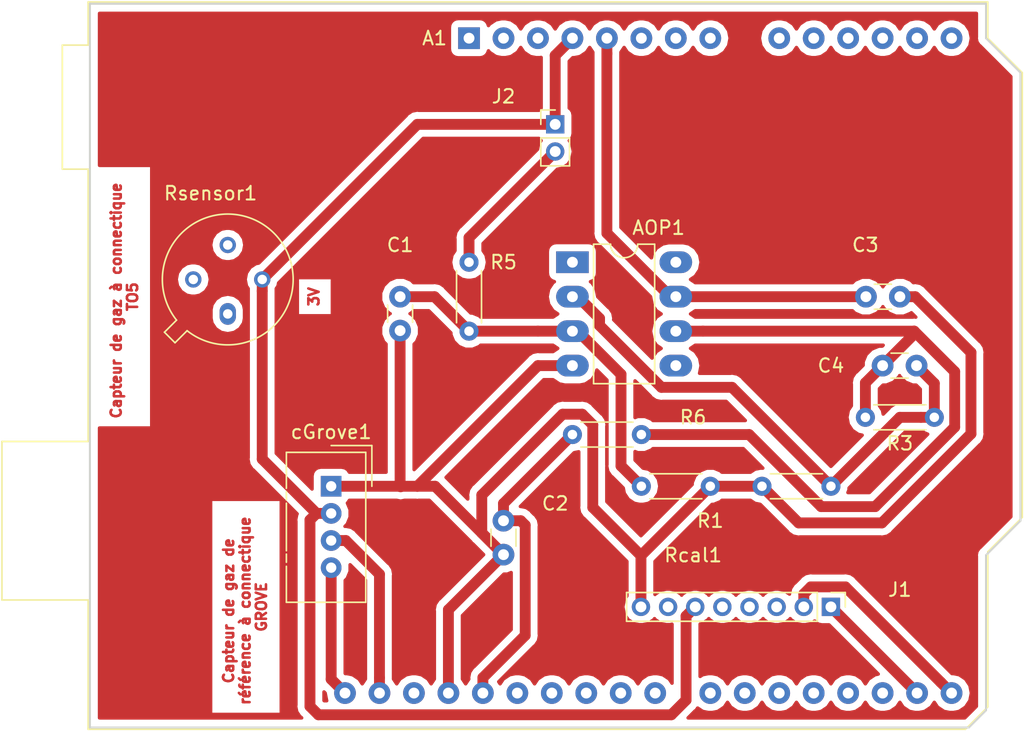
<source format=kicad_pcb>
(kicad_pcb (version 20171130) (host pcbnew "(5.0.0)")

  (general
    (thickness 1.6)
    (drawings 12)
    (tracks 105)
    (zones 0)
    (modules 15)
    (nets 13)
  )

  (page A4)
  (title_block
    (title "Gaz Sensor Arduino Shield")
    (date 2018-11-20)
    (rev 1.0)
    (company "INSA Toulouse")
    (comment 1 "Author: Rodier Nicolas - Hao Xu - Guangjie Zhang")
  )

  (layers
    (0 F.Cu signal)
    (31 B.Cu signal)
    (32 B.Adhes user)
    (33 F.Adhes user)
    (34 B.Paste user)
    (35 F.Paste user)
    (36 B.SilkS user)
    (37 F.SilkS user)
    (38 B.Mask user)
    (39 F.Mask user)
    (40 Dwgs.User user)
    (41 Cmts.User user)
    (42 Eco1.User user)
    (43 Eco2.User user)
    (44 Edge.Cuts user)
    (45 Margin user)
    (46 B.CrtYd user)
    (47 F.CrtYd user)
    (48 B.Fab user)
    (49 F.Fab user)
  )

  (setup
    (last_trace_width 0.8)
    (trace_clearance 0.4)
    (zone_clearance 0.508)
    (zone_45_only no)
    (trace_min 0.2)
    (segment_width 0.2)
    (edge_width 0.15)
    (via_size 1.6)
    (via_drill 0.8)
    (via_min_size 0.4)
    (via_min_drill 0.3)
    (uvia_size 0.3)
    (uvia_drill 0.1)
    (uvias_allowed no)
    (uvia_min_size 0.2)
    (uvia_min_drill 0.1)
    (pcb_text_width 0.3)
    (pcb_text_size 1.5 1.5)
    (mod_edge_width 0.15)
    (mod_text_size 1 1)
    (mod_text_width 0.15)
    (pad_size 1.524 1.524)
    (pad_drill 0.762)
    (pad_to_mask_clearance 0.2)
    (aux_axis_origin 0 0)
    (visible_elements 7FFFFFFF)
    (pcbplotparams
      (layerselection 0x010e0_ffffffff)
      (usegerberextensions false)
      (usegerberattributes false)
      (usegerberadvancedattributes false)
      (creategerberjobfile false)
      (excludeedgelayer true)
      (linewidth 0.100000)
      (plotframeref false)
      (viasonmask false)
      (mode 1)
      (useauxorigin false)
      (hpglpennumber 1)
      (hpglpenspeed 20)
      (hpglpendiameter 15.000000)
      (psnegative false)
      (psa4output false)
      (plotreference true)
      (plotvalue true)
      (plotinvisibletext false)
      (padsonsilk false)
      (subtractmaskfromsilk false)
      (outputformat 1)
      (mirror false)
      (drillshape 0)
      (scaleselection 1)
      (outputdirectory "./"))
  )

  (net 0 "")
  (net 1 arduino3v)
  (net 2 arduino5v)
  (net 3 arduino)
  (net 4 arduinognd)
  (net 5 "Net-(AOP1-Pad2)")
  (net 6 "Net-(AOP1-Pad6)")
  (net 7 "Net-(AOP1-Pad3)")
  (net 8 arduinoSCL)
  (net 9 arduinoSDA)
  (net 10 arduinoRx)
  (net 11 arduinoTx)
  (net 12 "Net-(J2-Pad2)")

  (net_class Default "Ceci est la Netclass par défaut."
    (clearance 0.4)
    (trace_width 0.8)
    (via_dia 1.6)
    (via_drill 0.8)
    (uvia_dia 0.3)
    (uvia_drill 0.1)
    (add_net "Net-(AOP1-Pad2)")
    (add_net "Net-(AOP1-Pad3)")
    (add_net "Net-(AOP1-Pad6)")
    (add_net "Net-(J2-Pad2)")
    (add_net arduino)
    (add_net arduino3v)
    (add_net arduino5v)
    (add_net arduinoRx)
    (add_net arduinoSCL)
    (add_net arduinoSDA)
    (add_net arduinoTx)
    (add_net arduinognd)
  )

  (module Module:Arduino_UNO_R3 (layer F.Cu) (tedit 58AB60FC) (tstamp 5C0054B6)
    (at 139.7 77.47)
    (descr "Arduino UNO R3, http://www.mouser.com/pdfdocs/Gravitech_Arduino_Nano3_0.pdf")
    (tags "Arduino UNO R3")
    (path /5BF3411C)
    (fp_text reference A1 (at -2.54 0 180) (layer F.SilkS)
      (effects (font (size 1 1) (thickness 0.15)))
    )
    (fp_text value "Arduino Uno" (at 0 22.86) (layer F.Fab)
      (effects (font (size 1 1) (thickness 0.15)))
    )
    (fp_text user %R (at 0 20.32 180) (layer F.Fab)
      (effects (font (size 1 1) (thickness 0.15)))
    )
    (fp_line (start 38.35 -2.79) (end 38.35 0) (layer F.CrtYd) (width 0.05))
    (fp_line (start 38.35 0) (end 40.89 2.54) (layer F.CrtYd) (width 0.05))
    (fp_line (start 40.89 2.54) (end 40.89 35.31) (layer F.CrtYd) (width 0.05))
    (fp_line (start 40.89 35.31) (end 38.35 37.85) (layer F.CrtYd) (width 0.05))
    (fp_line (start 38.35 37.85) (end 38.35 49.28) (layer F.CrtYd) (width 0.05))
    (fp_line (start 38.35 49.28) (end 36.58 51.05) (layer F.CrtYd) (width 0.05))
    (fp_line (start 36.58 51.05) (end -28.19 51.05) (layer F.CrtYd) (width 0.05))
    (fp_line (start -28.19 51.05) (end -28.19 41.53) (layer F.CrtYd) (width 0.05))
    (fp_line (start -28.19 41.53) (end -34.54 41.53) (layer F.CrtYd) (width 0.05))
    (fp_line (start -34.54 41.53) (end -34.54 29.59) (layer F.CrtYd) (width 0.05))
    (fp_line (start -34.54 29.59) (end -28.19 29.59) (layer F.CrtYd) (width 0.05))
    (fp_line (start -28.19 29.59) (end -28.19 9.78) (layer F.CrtYd) (width 0.05))
    (fp_line (start -28.19 9.78) (end -30.1 9.78) (layer F.CrtYd) (width 0.05))
    (fp_line (start -30.1 9.78) (end -30.1 0.38) (layer F.CrtYd) (width 0.05))
    (fp_line (start -30.1 0.38) (end -28.19 0.38) (layer F.CrtYd) (width 0.05))
    (fp_line (start -28.19 0.38) (end -28.19 -2.79) (layer F.CrtYd) (width 0.05))
    (fp_line (start -28.19 -2.79) (end 38.35 -2.79) (layer F.CrtYd) (width 0.05))
    (fp_line (start 40.77 35.31) (end 40.77 2.54) (layer F.SilkS) (width 0.12))
    (fp_line (start 40.77 2.54) (end 38.23 0) (layer F.SilkS) (width 0.12))
    (fp_line (start 38.23 0) (end 38.23 -2.67) (layer F.SilkS) (width 0.12))
    (fp_line (start 38.23 -2.67) (end -28.07 -2.67) (layer F.SilkS) (width 0.12))
    (fp_line (start -28.07 -2.67) (end -28.07 0.51) (layer F.SilkS) (width 0.12))
    (fp_line (start -28.07 0.51) (end -29.97 0.51) (layer F.SilkS) (width 0.12))
    (fp_line (start -29.97 0.51) (end -29.97 9.65) (layer F.SilkS) (width 0.12))
    (fp_line (start -29.97 9.65) (end -28.07 9.65) (layer F.SilkS) (width 0.12))
    (fp_line (start -28.07 9.65) (end -28.07 29.72) (layer F.SilkS) (width 0.12))
    (fp_line (start -28.07 29.72) (end -34.42 29.72) (layer F.SilkS) (width 0.12))
    (fp_line (start -34.42 29.72) (end -34.42 41.4) (layer F.SilkS) (width 0.12))
    (fp_line (start -34.42 41.4) (end -28.07 41.4) (layer F.SilkS) (width 0.12))
    (fp_line (start -28.07 41.4) (end -28.07 50.93) (layer F.SilkS) (width 0.12))
    (fp_line (start -28.07 50.93) (end 36.58 50.93) (layer F.SilkS) (width 0.12))
    (fp_line (start 36.58 50.93) (end 38.23 49.28) (layer F.SilkS) (width 0.12))
    (fp_line (start 38.23 49.28) (end 38.23 37.85) (layer F.SilkS) (width 0.12))
    (fp_line (start 38.23 37.85) (end 40.77 35.31) (layer F.SilkS) (width 0.12))
    (fp_line (start -34.29 29.84) (end -18.41 29.84) (layer F.Fab) (width 0.1))
    (fp_line (start -18.41 29.84) (end -18.41 41.27) (layer F.Fab) (width 0.1))
    (fp_line (start -18.41 41.27) (end -34.29 41.27) (layer F.Fab) (width 0.1))
    (fp_line (start -34.29 41.27) (end -34.29 29.84) (layer F.Fab) (width 0.1))
    (fp_line (start -29.84 0.64) (end -16.51 0.64) (layer F.Fab) (width 0.1))
    (fp_line (start -16.51 0.64) (end -16.51 9.53) (layer F.Fab) (width 0.1))
    (fp_line (start -16.51 9.53) (end -29.84 9.53) (layer F.Fab) (width 0.1))
    (fp_line (start -29.84 9.53) (end -29.84 0.64) (layer F.Fab) (width 0.1))
    (fp_line (start 38.1 37.85) (end 38.1 49.28) (layer F.Fab) (width 0.1))
    (fp_line (start 40.64 2.54) (end 40.64 35.31) (layer F.Fab) (width 0.1))
    (fp_line (start 40.64 35.31) (end 38.1 37.85) (layer F.Fab) (width 0.1))
    (fp_line (start 38.1 -2.54) (end 38.1 0) (layer F.Fab) (width 0.1))
    (fp_line (start 38.1 0) (end 40.64 2.54) (layer F.Fab) (width 0.1))
    (fp_line (start 38.1 49.28) (end 36.58 50.8) (layer F.Fab) (width 0.1))
    (fp_line (start 36.58 50.8) (end -27.94 50.8) (layer F.Fab) (width 0.1))
    (fp_line (start -27.94 50.8) (end -27.94 -2.54) (layer F.Fab) (width 0.1))
    (fp_line (start -27.94 -2.54) (end 38.1 -2.54) (layer F.Fab) (width 0.1))
    (pad 32 thru_hole oval (at -9.14 48.26 90) (size 1.6 1.6) (drill 0.8) (layers *.Cu *.Mask)
      (net 8 arduinoSCL))
    (pad 31 thru_hole oval (at -6.6 48.26 90) (size 1.6 1.6) (drill 0.8) (layers *.Cu *.Mask)
      (net 9 arduinoSDA))
    (pad 1 thru_hole rect (at 0 0 90) (size 1.6 1.6) (drill 0.8) (layers *.Cu *.Mask))
    (pad 17 thru_hole oval (at 30.48 48.26 90) (size 1.6 1.6) (drill 0.8) (layers *.Cu *.Mask))
    (pad 2 thru_hole oval (at 2.54 0 90) (size 1.6 1.6) (drill 0.8) (layers *.Cu *.Mask))
    (pad 18 thru_hole oval (at 27.94 48.26 90) (size 1.6 1.6) (drill 0.8) (layers *.Cu *.Mask))
    (pad 3 thru_hole oval (at 5.08 0 90) (size 1.6 1.6) (drill 0.8) (layers *.Cu *.Mask))
    (pad 19 thru_hole oval (at 25.4 48.26 90) (size 1.6 1.6) (drill 0.8) (layers *.Cu *.Mask))
    (pad 4 thru_hole oval (at 7.62 0 90) (size 1.6 1.6) (drill 0.8) (layers *.Cu *.Mask)
      (net 1 arduino3v))
    (pad 20 thru_hole oval (at 22.86 48.26 90) (size 1.6 1.6) (drill 0.8) (layers *.Cu *.Mask))
    (pad 5 thru_hole oval (at 10.16 0 90) (size 1.6 1.6) (drill 0.8) (layers *.Cu *.Mask)
      (net 2 arduino5v))
    (pad 21 thru_hole oval (at 20.32 48.26 90) (size 1.6 1.6) (drill 0.8) (layers *.Cu *.Mask))
    (pad 6 thru_hole oval (at 12.7 0 90) (size 1.6 1.6) (drill 0.8) (layers *.Cu *.Mask))
    (pad 22 thru_hole oval (at 17.78 48.26 90) (size 1.6 1.6) (drill 0.8) (layers *.Cu *.Mask))
    (pad 7 thru_hole oval (at 15.24 0 90) (size 1.6 1.6) (drill 0.8) (layers *.Cu *.Mask))
    (pad 23 thru_hole oval (at 13.72 48.26 90) (size 1.6 1.6) (drill 0.8) (layers *.Cu *.Mask))
    (pad 8 thru_hole oval (at 17.78 0 90) (size 1.6 1.6) (drill 0.8) (layers *.Cu *.Mask))
    (pad 24 thru_hole oval (at 11.18 48.26 90) (size 1.6 1.6) (drill 0.8) (layers *.Cu *.Mask))
    (pad 9 thru_hole oval (at 22.86 0 90) (size 1.6 1.6) (drill 0.8) (layers *.Cu *.Mask))
    (pad 25 thru_hole oval (at 8.64 48.26 90) (size 1.6 1.6) (drill 0.8) (layers *.Cu *.Mask))
    (pad 10 thru_hole oval (at 25.4 0 90) (size 1.6 1.6) (drill 0.8) (layers *.Cu *.Mask))
    (pad 26 thru_hole oval (at 6.1 48.26 90) (size 1.6 1.6) (drill 0.8) (layers *.Cu *.Mask))
    (pad 11 thru_hole oval (at 27.94 0 90) (size 1.6 1.6) (drill 0.8) (layers *.Cu *.Mask))
    (pad 27 thru_hole oval (at 3.56 48.26 90) (size 1.6 1.6) (drill 0.8) (layers *.Cu *.Mask))
    (pad 12 thru_hole oval (at 30.48 0 90) (size 1.6 1.6) (drill 0.8) (layers *.Cu *.Mask))
    (pad 28 thru_hole oval (at 1.02 48.26 90) (size 1.6 1.6) (drill 0.8) (layers *.Cu *.Mask)
      (net 3 arduino))
    (pad 13 thru_hole oval (at 33.02 0 90) (size 1.6 1.6) (drill 0.8) (layers *.Cu *.Mask))
    (pad 29 thru_hole oval (at -1.52 48.26 90) (size 1.6 1.6) (drill 0.8) (layers *.Cu *.Mask)
      (net 4 arduinognd))
    (pad 14 thru_hole oval (at 35.56 0 90) (size 1.6 1.6) (drill 0.8) (layers *.Cu *.Mask))
    (pad 30 thru_hole oval (at -4.06 48.26 90) (size 1.6 1.6) (drill 0.8) (layers *.Cu *.Mask))
    (pad 15 thru_hole oval (at 35.56 48.26 90) (size 1.6 1.6) (drill 0.8) (layers *.Cu *.Mask)
      (net 10 arduinoRx))
    (pad 16 thru_hole oval (at 33.02 48.26 90) (size 1.6 1.6) (drill 0.8) (layers *.Cu *.Mask)
      (net 11 arduinoTx))
    (model ${KISYS3DMOD}/Module.3dshapes/Arduino_UNO_R3.wrl
      (at (xyz 0 0 0))
      (scale (xyz 1 1 1))
      (rotate (xyz 0 0 0))
    )
  )

  (module Capacitor_THT:C_Disc_D3.0mm_W1.6mm_P2.50mm (layer F.Cu) (tedit 5AE50EF0) (tstamp 5C005516)
    (at 170.18 101.6)
    (descr "C, Disc series, Radial, pin pitch=2.50mm, , diameter*width=3.0*1.6mm^2, Capacitor, http://www.vishay.com/docs/45233/krseries.pdf")
    (tags "C Disc series Radial pin pitch 2.50mm  diameter 3.0mm width 1.6mm Capacitor")
    (path /5BF329E5)
    (fp_text reference C4 (at -3.81 0) (layer F.SilkS)
      (effects (font (size 1 1) (thickness 0.15)))
    )
    (fp_text value 1u (at 1.25 2.05) (layer F.Fab)
      (effects (font (size 1 1) (thickness 0.15)))
    )
    (fp_line (start -0.25 -0.8) (end -0.25 0.8) (layer F.Fab) (width 0.1))
    (fp_line (start -0.25 0.8) (end 2.75 0.8) (layer F.Fab) (width 0.1))
    (fp_line (start 2.75 0.8) (end 2.75 -0.8) (layer F.Fab) (width 0.1))
    (fp_line (start 2.75 -0.8) (end -0.25 -0.8) (layer F.Fab) (width 0.1))
    (fp_line (start 0.621 -0.92) (end 1.879 -0.92) (layer F.SilkS) (width 0.12))
    (fp_line (start 0.621 0.92) (end 1.879 0.92) (layer F.SilkS) (width 0.12))
    (fp_line (start -1.05 -1.05) (end -1.05 1.05) (layer F.CrtYd) (width 0.05))
    (fp_line (start -1.05 1.05) (end 3.55 1.05) (layer F.CrtYd) (width 0.05))
    (fp_line (start 3.55 1.05) (end 3.55 -1.05) (layer F.CrtYd) (width 0.05))
    (fp_line (start 3.55 -1.05) (end -1.05 -1.05) (layer F.CrtYd) (width 0.05))
    (fp_text user %R (at 1.27 0) (layer F.Fab)
      (effects (font (size 0.6 0.6) (thickness 0.09)))
    )
    (pad 1 thru_hole circle (at 0 0) (size 1.6 1.6) (drill 0.8) (layers *.Cu *.Mask)
      (net 6 "Net-(AOP1-Pad6)"))
    (pad 2 thru_hole circle (at 2.5 0) (size 1.6 1.6) (drill 0.8) (layers *.Cu *.Mask)
      (net 5 "Net-(AOP1-Pad2)"))
    (model ${KISYS3DMOD}/Capacitor_THT.3dshapes/C_Disc_D3.0mm_W1.6mm_P2.50mm.wrl
      (at (xyz 0 0 0))
      (scale (xyz 1 1 1))
      (rotate (xyz 0 0 0))
    )
  )

  (module Package_DIP:DIP-8_W7.62mm_LongPads (layer F.Cu) (tedit 5A02E8C5) (tstamp 5C0054D2)
    (at 147.32 93.98)
    (descr "8-lead though-hole mounted DIP package, row spacing 7.62 mm (300 mils), LongPads")
    (tags "THT DIP DIL PDIP 2.54mm 7.62mm 300mil LongPads")
    (path /5BF33B72)
    (fp_text reference AOP1 (at 6.35 -2.54) (layer F.SilkS)
      (effects (font (size 1 1) (thickness 0.15)))
    )
    (fp_text value LTC1050 (at -1.27 -2.54) (layer F.Fab)
      (effects (font (size 1 1) (thickness 0.15)))
    )
    (fp_text user %R (at 3.81 3.81) (layer F.Fab)
      (effects (font (size 1 1) (thickness 0.15)))
    )
    (fp_line (start 9.1 -1.55) (end -1.45 -1.55) (layer F.CrtYd) (width 0.05))
    (fp_line (start 9.1 9.15) (end 9.1 -1.55) (layer F.CrtYd) (width 0.05))
    (fp_line (start -1.45 9.15) (end 9.1 9.15) (layer F.CrtYd) (width 0.05))
    (fp_line (start -1.45 -1.55) (end -1.45 9.15) (layer F.CrtYd) (width 0.05))
    (fp_line (start 6.06 -1.33) (end 4.81 -1.33) (layer F.SilkS) (width 0.12))
    (fp_line (start 6.06 8.95) (end 6.06 -1.33) (layer F.SilkS) (width 0.12))
    (fp_line (start 1.56 8.95) (end 6.06 8.95) (layer F.SilkS) (width 0.12))
    (fp_line (start 1.56 -1.33) (end 1.56 8.95) (layer F.SilkS) (width 0.12))
    (fp_line (start 2.81 -1.33) (end 1.56 -1.33) (layer F.SilkS) (width 0.12))
    (fp_line (start 0.635 -0.27) (end 1.635 -1.27) (layer F.Fab) (width 0.1))
    (fp_line (start 0.635 8.89) (end 0.635 -0.27) (layer F.Fab) (width 0.1))
    (fp_line (start 6.985 8.89) (end 0.635 8.89) (layer F.Fab) (width 0.1))
    (fp_line (start 6.985 -1.27) (end 6.985 8.89) (layer F.Fab) (width 0.1))
    (fp_line (start 1.635 -1.27) (end 6.985 -1.27) (layer F.Fab) (width 0.1))
    (fp_arc (start 3.81 -1.33) (end 2.81 -1.33) (angle -180) (layer F.SilkS) (width 0.12))
    (pad 8 thru_hole oval (at 7.62 0) (size 2.4 1.6) (drill 0.8) (layers *.Cu *.Mask))
    (pad 4 thru_hole oval (at 0 7.62) (size 2.4 1.6) (drill 0.8) (layers *.Cu *.Mask)
      (net 4 arduinognd))
    (pad 7 thru_hole oval (at 7.62 2.54) (size 2.4 1.6) (drill 0.8) (layers *.Cu *.Mask)
      (net 2 arduino5v))
    (pad 3 thru_hole oval (at 0 5.08) (size 2.4 1.6) (drill 0.8) (layers *.Cu *.Mask)
      (net 7 "Net-(AOP1-Pad3)"))
    (pad 6 thru_hole oval (at 7.62 5.08) (size 2.4 1.6) (drill 0.8) (layers *.Cu *.Mask)
      (net 6 "Net-(AOP1-Pad6)"))
    (pad 2 thru_hole oval (at 0 2.54) (size 2.4 1.6) (drill 0.8) (layers *.Cu *.Mask)
      (net 5 "Net-(AOP1-Pad2)"))
    (pad 5 thru_hole oval (at 7.62 7.62) (size 2.4 1.6) (drill 0.8) (layers *.Cu *.Mask))
    (pad 1 thru_hole rect (at 0 0) (size 2.4 1.6) (drill 0.8) (layers *.Cu *.Mask))
    (model ${KISYS3DMOD}/Package_DIP.3dshapes/DIP-8_W7.62mm.wrl
      (at (xyz 0 0 0))
      (scale (xyz 1 1 1))
      (rotate (xyz 0 0 0))
    )
  )

  (module Capacitor_THT:C_Disc_D3.0mm_W1.6mm_P2.50mm (layer F.Cu) (tedit 5AE50EF0) (tstamp 5C0054E3)
    (at 134.62 96.52 270)
    (descr "C, Disc series, Radial, pin pitch=2.50mm, , diameter*width=3.0*1.6mm^2, Capacitor, http://www.vishay.com/docs/45233/krseries.pdf")
    (tags "C Disc series Radial pin pitch 2.50mm  diameter 3.0mm width 1.6mm Capacitor")
    (path /5BF32894)
    (fp_text reference C1 (at -3.81 0) (layer F.SilkS)
      (effects (font (size 1 1) (thickness 0.15)))
    )
    (fp_text value 100n (at -2.54 -1.27) (layer F.Fab)
      (effects (font (size 1 1) (thickness 0.15)))
    )
    (fp_line (start -0.25 -0.8) (end -0.25 0.8) (layer F.Fab) (width 0.1))
    (fp_line (start -0.25 0.8) (end 2.75 0.8) (layer F.Fab) (width 0.1))
    (fp_line (start 2.75 0.8) (end 2.75 -0.8) (layer F.Fab) (width 0.1))
    (fp_line (start 2.75 -0.8) (end -0.25 -0.8) (layer F.Fab) (width 0.1))
    (fp_line (start 0.621 -0.92) (end 1.879 -0.92) (layer F.SilkS) (width 0.12))
    (fp_line (start 0.621 0.92) (end 1.879 0.92) (layer F.SilkS) (width 0.12))
    (fp_line (start -1.05 -1.05) (end -1.05 1.05) (layer F.CrtYd) (width 0.05))
    (fp_line (start -1.05 1.05) (end 3.55 1.05) (layer F.CrtYd) (width 0.05))
    (fp_line (start 3.55 1.05) (end 3.55 -1.05) (layer F.CrtYd) (width 0.05))
    (fp_line (start 3.55 -1.05) (end -1.05 -1.05) (layer F.CrtYd) (width 0.05))
    (fp_text user %R (at -0.25 0.8 270) (layer F.Fab)
      (effects (font (size 0.6 0.6) (thickness 0.09)))
    )
    (pad 1 thru_hole circle (at 0 0 270) (size 1.6 1.6) (drill 0.8) (layers *.Cu *.Mask)
      (net 7 "Net-(AOP1-Pad3)"))
    (pad 2 thru_hole circle (at 2.5 0 270) (size 1.6 1.6) (drill 0.8) (layers *.Cu *.Mask)
      (net 4 arduinognd))
    (model ${KISYS3DMOD}/Capacitor_THT.3dshapes/C_Disc_D3.0mm_W1.6mm_P2.50mm.wrl
      (at (xyz 0 0 0))
      (scale (xyz 1 1 1))
      (rotate (xyz 0 0 0))
    )
  )

  (module Capacitor_THT:C_Disc_D3.0mm_W1.6mm_P2.50mm (layer F.Cu) (tedit 5BFED607) (tstamp 5C0054F4)
    (at 142.24 113.03 270)
    (descr "C, Disc series, Radial, pin pitch=2.50mm, , diameter*width=3.0*1.6mm^2, Capacitor, http://www.vishay.com/docs/45233/krseries.pdf")
    (tags "C Disc series Radial pin pitch 2.50mm  diameter 3.0mm width 1.6mm Capacitor")
    (path /5BF33D46)
    (fp_text reference C2 (at -1.27 -3.81) (layer F.SilkS)
      (effects (font (size 1 1) (thickness 0.15)))
    )
    (fp_text value 100n (at 1.27 -5.08) (layer F.Fab)
      (effects (font (size 1 1) (thickness 0.15)))
    )
    (fp_text user %R (at 1.25 0 270) (layer F.Fab)
      (effects (font (size 0.6 0.6) (thickness 0.09)))
    )
    (fp_line (start 3.55 -1.05) (end -1.05 -1.05) (layer F.CrtYd) (width 0.05))
    (fp_line (start 3.55 1.05) (end 3.55 -1.05) (layer F.CrtYd) (width 0.05))
    (fp_line (start -1.05 1.05) (end 3.55 1.05) (layer F.CrtYd) (width 0.05))
    (fp_line (start -1.05 -1.05) (end -1.05 1.05) (layer F.CrtYd) (width 0.05))
    (fp_line (start 0.621 0.92) (end 1.879 0.92) (layer F.SilkS) (width 0.12))
    (fp_line (start 0.621 -0.92) (end 1.879 -0.92) (layer F.SilkS) (width 0.12))
    (fp_line (start 2.75 -0.8) (end -0.25 -0.8) (layer F.Fab) (width 0.1))
    (fp_line (start 2.75 0.8) (end 2.75 -0.8) (layer F.Fab) (width 0.1))
    (fp_line (start -0.25 0.8) (end 2.75 0.8) (layer F.Fab) (width 0.1))
    (fp_line (start -0.25 -0.8) (end -0.25 0.8) (layer F.Fab) (width 0.1))
    (pad 2 thru_hole circle (at 2.5 0 270) (size 1.6 1.6) (drill 0.8) (layers *.Cu *.Mask)
      (net 4 arduinognd))
    (pad 1 thru_hole circle (at 0 0 270) (size 1.6 1.6) (drill 0.8) (layers *.Cu *.Mask)
      (net 3 arduino))
    (model ${KISYS3DMOD}/Capacitor_THT.3dshapes/C_Disc_D3.0mm_W1.6mm_P2.50mm.wrl
      (at (xyz 0 0 0))
      (scale (xyz 1 1 1))
      (rotate (xyz 0 0 0))
    )
  )

  (module Capacitor_THT:C_Disc_D3.0mm_W1.6mm_P2.50mm (layer F.Cu) (tedit 5AE50EF0) (tstamp 5C005505)
    (at 171.45 96.52 180)
    (descr "C, Disc series, Radial, pin pitch=2.50mm, , diameter*width=3.0*1.6mm^2, Capacitor, http://www.vishay.com/docs/45233/krseries.pdf")
    (tags "C Disc series Radial pin pitch 2.50mm  diameter 3.0mm width 1.6mm Capacitor")
    (path /5BF32948)
    (fp_text reference C3 (at 2.54 3.81 180) (layer F.SilkS)
      (effects (font (size 1 1) (thickness 0.15)))
    )
    (fp_text value 100n (at 1.25 2.05 180) (layer F.Fab)
      (effects (font (size 1 1) (thickness 0.15)))
    )
    (fp_line (start -0.25 -0.8) (end -0.25 0.8) (layer F.Fab) (width 0.1))
    (fp_line (start -0.25 0.8) (end 2.75 0.8) (layer F.Fab) (width 0.1))
    (fp_line (start 2.75 0.8) (end 2.75 -0.8) (layer F.Fab) (width 0.1))
    (fp_line (start 2.75 -0.8) (end -0.25 -0.8) (layer F.Fab) (width 0.1))
    (fp_line (start 0.621 -0.92) (end 1.879 -0.92) (layer F.SilkS) (width 0.12))
    (fp_line (start 0.621 0.92) (end 1.879 0.92) (layer F.SilkS) (width 0.12))
    (fp_line (start -1.05 -1.05) (end -1.05 1.05) (layer F.CrtYd) (width 0.05))
    (fp_line (start -1.05 1.05) (end 3.55 1.05) (layer F.CrtYd) (width 0.05))
    (fp_line (start 3.55 1.05) (end 3.55 -1.05) (layer F.CrtYd) (width 0.05))
    (fp_line (start 3.55 -1.05) (end -1.05 -1.05) (layer F.CrtYd) (width 0.05))
    (fp_text user %R (at 1.25 0 180) (layer F.Fab)
      (effects (font (size 0.6 0.6) (thickness 0.09)))
    )
    (pad 1 thru_hole circle (at 0 0 180) (size 1.6 1.6) (drill 0.8) (layers *.Cu *.Mask)
      (net 4 arduinognd))
    (pad 2 thru_hole circle (at 2.5 0 180) (size 1.6 1.6) (drill 0.8) (layers *.Cu *.Mask)
      (net 2 arduino5v))
    (model ${KISYS3DMOD}/Capacitor_THT.3dshapes/C_Disc_D3.0mm_W1.6mm_P2.50mm.wrl
      (at (xyz 0 0 0))
      (scale (xyz 1 1 1))
      (rotate (xyz 0 0 0))
    )
  )

  (module Resistor_THT:R_Axial_DIN0204_L3.6mm_D1.6mm_P5.08mm_Horizontal (layer F.Cu) (tedit 5AE5139B) (tstamp 5C005529)
    (at 157.48 110.49 180)
    (descr "Resistor, Axial_DIN0204 series, Axial, Horizontal, pin pitch=5.08mm, 0.167W, length*diameter=3.6*1.6mm^2, http://cdn-reichelt.de/documents/datenblatt/B400/1_4W%23YAG.pdf")
    (tags "Resistor Axial_DIN0204 series Axial Horizontal pin pitch 5.08mm 0.167W length 3.6mm diameter 1.6mm")
    (path /5BF34709)
    (fp_text reference R1 (at 0 -2.54 180) (layer F.SilkS)
      (effects (font (size 1 1) (thickness 0.15)))
    )
    (fp_text value 100k (at 2.54 1.92 180) (layer F.Fab)
      (effects (font (size 1 1) (thickness 0.15)))
    )
    (fp_line (start 0.74 -0.8) (end 0.74 0.8) (layer F.Fab) (width 0.1))
    (fp_line (start 0.74 0.8) (end 4.34 0.8) (layer F.Fab) (width 0.1))
    (fp_line (start 4.34 0.8) (end 4.34 -0.8) (layer F.Fab) (width 0.1))
    (fp_line (start 4.34 -0.8) (end 0.74 -0.8) (layer F.Fab) (width 0.1))
    (fp_line (start 0 0) (end 0.74 0) (layer F.Fab) (width 0.1))
    (fp_line (start 5.08 0) (end 4.34 0) (layer F.Fab) (width 0.1))
    (fp_line (start 0.62 -0.92) (end 4.46 -0.92) (layer F.SilkS) (width 0.12))
    (fp_line (start 0.62 0.92) (end 4.46 0.92) (layer F.SilkS) (width 0.12))
    (fp_line (start -0.95 -1.05) (end -0.95 1.05) (layer F.CrtYd) (width 0.05))
    (fp_line (start -0.95 1.05) (end 6.03 1.05) (layer F.CrtYd) (width 0.05))
    (fp_line (start 6.03 1.05) (end 6.03 -1.05) (layer F.CrtYd) (width 0.05))
    (fp_line (start 6.03 -1.05) (end -0.95 -1.05) (layer F.CrtYd) (width 0.05))
    (fp_text user %R (at 2.54 0 180) (layer F.Fab)
      (effects (font (size 0.72 0.72) (thickness 0.108)))
    )
    (pad 1 thru_hole circle (at 0 0 180) (size 1.4 1.4) (drill 0.7) (layers *.Cu *.Mask)
      (net 4 arduinognd))
    (pad 2 thru_hole oval (at 5.08 0 180) (size 1.4 1.4) (drill 0.7) (layers *.Cu *.Mask)
      (net 7 "Net-(AOP1-Pad3)"))
    (model ${KISYS3DMOD}/Resistor_THT.3dshapes/R_Axial_DIN0204_L3.6mm_D1.6mm_P5.08mm_Horizontal.wrl
      (at (xyz 0 0 0))
      (scale (xyz 1 1 1))
      (rotate (xyz 0 0 0))
    )
  )

  (module Resistor_THT:R_Axial_DIN0204_L3.6mm_D1.6mm_P5.08mm_Horizontal (layer F.Cu) (tedit 5AE5139B) (tstamp 5C00553C)
    (at 173.99 105.41 180)
    (descr "Resistor, Axial_DIN0204 series, Axial, Horizontal, pin pitch=5.08mm, 0.167W, length*diameter=3.6*1.6mm^2, http://cdn-reichelt.de/documents/datenblatt/B400/1_4W%23YAG.pdf")
    (tags "Resistor Axial_DIN0204 series Axial Horizontal pin pitch 5.08mm 0.167W length 3.6mm diameter 1.6mm")
    (path /5BF326C0)
    (fp_text reference R3 (at 2.54 -1.92 180) (layer F.SilkS)
      (effects (font (size 1 1) (thickness 0.15)))
    )
    (fp_text value 100k (at 2.54 1.92 180) (layer F.Fab)
      (effects (font (size 1 1) (thickness 0.15)))
    )
    (fp_text user %R (at 2.54 0 180) (layer F.Fab)
      (effects (font (size 0.72 0.72) (thickness 0.108)))
    )
    (fp_line (start 6.03 -1.05) (end -0.95 -1.05) (layer F.CrtYd) (width 0.05))
    (fp_line (start 6.03 1.05) (end 6.03 -1.05) (layer F.CrtYd) (width 0.05))
    (fp_line (start -0.95 1.05) (end 6.03 1.05) (layer F.CrtYd) (width 0.05))
    (fp_line (start -0.95 -1.05) (end -0.95 1.05) (layer F.CrtYd) (width 0.05))
    (fp_line (start 0.62 0.92) (end 4.46 0.92) (layer F.SilkS) (width 0.12))
    (fp_line (start 0.62 -0.92) (end 4.46 -0.92) (layer F.SilkS) (width 0.12))
    (fp_line (start 5.08 0) (end 4.34 0) (layer F.Fab) (width 0.1))
    (fp_line (start 0 0) (end 0.74 0) (layer F.Fab) (width 0.1))
    (fp_line (start 4.34 -0.8) (end 0.74 -0.8) (layer F.Fab) (width 0.1))
    (fp_line (start 4.34 0.8) (end 4.34 -0.8) (layer F.Fab) (width 0.1))
    (fp_line (start 0.74 0.8) (end 4.34 0.8) (layer F.Fab) (width 0.1))
    (fp_line (start 0.74 -0.8) (end 0.74 0.8) (layer F.Fab) (width 0.1))
    (pad 2 thru_hole oval (at 5.08 0 180) (size 1.4 1.4) (drill 0.7) (layers *.Cu *.Mask)
      (net 6 "Net-(AOP1-Pad6)"))
    (pad 1 thru_hole circle (at 0 0 180) (size 1.4 1.4) (drill 0.7) (layers *.Cu *.Mask)
      (net 5 "Net-(AOP1-Pad2)"))
    (model ${KISYS3DMOD}/Resistor_THT.3dshapes/R_Axial_DIN0204_L3.6mm_D1.6mm_P5.08mm_Horizontal.wrl
      (at (xyz 0 0 0))
      (scale (xyz 1 1 1))
      (rotate (xyz 0 0 0))
    )
  )

  (module Resistor_THT:R_Axial_DIN0204_L3.6mm_D1.6mm_P5.08mm_Horizontal (layer F.Cu) (tedit 5AE5139B) (tstamp 5C00554F)
    (at 139.7 99.06 90)
    (descr "Resistor, Axial_DIN0204 series, Axial, Horizontal, pin pitch=5.08mm, 0.167W, length*diameter=3.6*1.6mm^2, http://cdn-reichelt.de/documents/datenblatt/B400/1_4W%23YAG.pdf")
    (tags "Resistor Axial_DIN0204 series Axial Horizontal pin pitch 5.08mm 0.167W length 3.6mm diameter 1.6mm")
    (path /5BF32464)
    (fp_text reference R5 (at 5.08 2.54 180) (layer F.SilkS)
      (effects (font (size 1 1) (thickness 0.15)))
    )
    (fp_text value 10k (at 2.54 2.54 180) (layer F.Fab)
      (effects (font (size 1 1) (thickness 0.15)))
    )
    (fp_line (start 0.74 -0.8) (end 0.74 0.8) (layer F.Fab) (width 0.1))
    (fp_line (start 0.74 0.8) (end 4.34 0.8) (layer F.Fab) (width 0.1))
    (fp_line (start 4.34 0.8) (end 4.34 -0.8) (layer F.Fab) (width 0.1))
    (fp_line (start 4.34 -0.8) (end 0.74 -0.8) (layer F.Fab) (width 0.1))
    (fp_line (start 0 0) (end 0.74 0) (layer F.Fab) (width 0.1))
    (fp_line (start 5.08 0) (end 4.34 0) (layer F.Fab) (width 0.1))
    (fp_line (start 0.62 -0.92) (end 4.46 -0.92) (layer F.SilkS) (width 0.12))
    (fp_line (start 0.62 0.92) (end 4.46 0.92) (layer F.SilkS) (width 0.12))
    (fp_line (start -0.95 -1.05) (end -0.95 1.05) (layer F.CrtYd) (width 0.05))
    (fp_line (start -0.95 1.05) (end 6.03 1.05) (layer F.CrtYd) (width 0.05))
    (fp_line (start 6.03 1.05) (end 6.03 -1.05) (layer F.CrtYd) (width 0.05))
    (fp_line (start 6.03 -1.05) (end -0.95 -1.05) (layer F.CrtYd) (width 0.05))
    (fp_text user %R (at 3.81 0 90) (layer F.Fab)
      (effects (font (size 0.72 0.72) (thickness 0.108)))
    )
    (pad 1 thru_hole circle (at 0 0 90) (size 1.4 1.4) (drill 0.7) (layers *.Cu *.Mask)
      (net 7 "Net-(AOP1-Pad3)"))
    (pad 2 thru_hole oval (at 5.08 0 90) (size 1.4 1.4) (drill 0.7) (layers *.Cu *.Mask)
      (net 12 "Net-(J2-Pad2)"))
    (model ${KISYS3DMOD}/Resistor_THT.3dshapes/R_Axial_DIN0204_L3.6mm_D1.6mm_P5.08mm_Horizontal.wrl
      (at (xyz 0 0 0))
      (scale (xyz 1 1 1))
      (rotate (xyz 0 0 0))
    )
  )

  (module Resistor_THT:R_Axial_DIN0204_L3.6mm_D1.6mm_P5.08mm_Horizontal (layer F.Cu) (tedit 5AE5139B) (tstamp 5C005562)
    (at 152.4 106.68 180)
    (descr "Resistor, Axial_DIN0204 series, Axial, Horizontal, pin pitch=5.08mm, 0.167W, length*diameter=3.6*1.6mm^2, http://cdn-reichelt.de/documents/datenblatt/B400/1_4W%23YAG.pdf")
    (tags "Resistor Axial_DIN0204 series Axial Horizontal pin pitch 5.08mm 0.167W length 3.6mm diameter 1.6mm")
    (path /5BF33CF8)
    (fp_text reference R6 (at -3.81 1.27 180) (layer F.SilkS)
      (effects (font (size 1 1) (thickness 0.15)))
    )
    (fp_text value 1k (at -6.35 1.27 180) (layer F.Fab)
      (effects (font (size 1 1) (thickness 0.15)))
    )
    (fp_line (start 0.74 -0.8) (end 0.74 0.8) (layer F.Fab) (width 0.1))
    (fp_line (start 0.74 0.8) (end 4.34 0.8) (layer F.Fab) (width 0.1))
    (fp_line (start 4.34 0.8) (end 4.34 -0.8) (layer F.Fab) (width 0.1))
    (fp_line (start 4.34 -0.8) (end 0.74 -0.8) (layer F.Fab) (width 0.1))
    (fp_line (start 0 0) (end 0.74 0) (layer F.Fab) (width 0.1))
    (fp_line (start 5.08 0) (end 4.34 0) (layer F.Fab) (width 0.1))
    (fp_line (start 0.62 -0.92) (end 4.46 -0.92) (layer F.SilkS) (width 0.12))
    (fp_line (start 0.62 0.92) (end 4.46 0.92) (layer F.SilkS) (width 0.12))
    (fp_line (start -0.95 -1.05) (end -0.95 1.05) (layer F.CrtYd) (width 0.05))
    (fp_line (start -0.95 1.05) (end 6.03 1.05) (layer F.CrtYd) (width 0.05))
    (fp_line (start 6.03 1.05) (end 6.03 -1.05) (layer F.CrtYd) (width 0.05))
    (fp_line (start 6.03 -1.05) (end -0.95 -1.05) (layer F.CrtYd) (width 0.05))
    (fp_text user %R (at 2.54 0 180) (layer F.Fab)
      (effects (font (size 0.72 0.72) (thickness 0.108)))
    )
    (pad 1 thru_hole circle (at 0 0 180) (size 1.4 1.4) (drill 0.7) (layers *.Cu *.Mask)
      (net 6 "Net-(AOP1-Pad6)"))
    (pad 2 thru_hole oval (at 5.08 0 180) (size 1.4 1.4) (drill 0.7) (layers *.Cu *.Mask)
      (net 3 arduino))
    (model ${KISYS3DMOD}/Resistor_THT.3dshapes/R_Axial_DIN0204_L3.6mm_D1.6mm_P5.08mm_Horizontal.wrl
      (at (xyz 0 0 0))
      (scale (xyz 1 1 1))
      (rotate (xyz 0 0 0))
    )
  )

  (module Resistor_THT:R_Axial_DIN0204_L3.6mm_D1.6mm_P5.08mm_Horizontal (layer F.Cu) (tedit 5AE5139B) (tstamp 5C005575)
    (at 166.37 110.49 180)
    (descr "Resistor, Axial_DIN0204 series, Axial, Horizontal, pin pitch=5.08mm, 0.167W, length*diameter=3.6*1.6mm^2, http://cdn-reichelt.de/documents/datenblatt/B400/1_4W%23YAG.pdf")
    (tags "Resistor Axial_DIN0204 series Axial Horizontal pin pitch 5.08mm 0.167W length 3.6mm diameter 1.6mm")
    (path /5BF3258A)
    (fp_text reference Rcal1 (at 10.16 -5.08 180) (layer F.SilkS)
      (effects (font (size 1 1) (thickness 0.15)))
    )
    (fp_text value 5k (at 2.54 1.92 180) (layer F.Fab)
      (effects (font (size 1 1) (thickness 0.15)))
    )
    (fp_line (start 0.74 -0.8) (end 0.74 0.8) (layer F.Fab) (width 0.1))
    (fp_line (start 0.74 0.8) (end 4.34 0.8) (layer F.Fab) (width 0.1))
    (fp_line (start 4.34 0.8) (end 4.34 -0.8) (layer F.Fab) (width 0.1))
    (fp_line (start 4.34 -0.8) (end 0.74 -0.8) (layer F.Fab) (width 0.1))
    (fp_line (start 0 0) (end 0.74 0) (layer F.Fab) (width 0.1))
    (fp_line (start 5.08 0) (end 4.34 0) (layer F.Fab) (width 0.1))
    (fp_line (start 0.62 -0.92) (end 4.46 -0.92) (layer F.SilkS) (width 0.12))
    (fp_line (start 0.62 0.92) (end 4.46 0.92) (layer F.SilkS) (width 0.12))
    (fp_line (start -0.95 -1.05) (end -0.95 1.05) (layer F.CrtYd) (width 0.05))
    (fp_line (start -0.95 1.05) (end 6.03 1.05) (layer F.CrtYd) (width 0.05))
    (fp_line (start 6.03 1.05) (end 6.03 -1.05) (layer F.CrtYd) (width 0.05))
    (fp_line (start 6.03 -1.05) (end -0.95 -1.05) (layer F.CrtYd) (width 0.05))
    (fp_text user %R (at 2.54 0 180) (layer F.Fab)
      (effects (font (size 0.72 0.72) (thickness 0.108)))
    )
    (pad 1 thru_hole circle (at 0 0 180) (size 1.4 1.4) (drill 0.7) (layers *.Cu *.Mask)
      (net 5 "Net-(AOP1-Pad2)"))
    (pad 2 thru_hole oval (at 5.08 0 180) (size 1.4 1.4) (drill 0.7) (layers *.Cu *.Mask)
      (net 4 arduinognd))
    (model ${KISYS3DMOD}/Resistor_THT.3dshapes/R_Axial_DIN0204_L3.6mm_D1.6mm_P5.08mm_Horizontal.wrl
      (at (xyz 0 0 0))
      (scale (xyz 1 1 1))
      (rotate (xyz 0 0 0))
    )
  )

  (module Package_TO_SOT_THT:TO-5-4 (layer F.Cu) (tedit 5A02FF81) (tstamp 5C00558B)
    (at 121.92 97.79 90)
    (descr TO-5-4)
    (tags TO-5-4)
    (path /5BF3371E)
    (fp_text reference Rsensor1 (at 8.89 -1.27 180) (layer F.SilkS)
      (effects (font (size 1 1) (thickness 0.15)))
    )
    (fp_text value 10k<...<1G (at -5.08 -2.54 180) (layer F.Fab)
      (effects (font (size 1 1) (thickness 0.15)))
    )
    (fp_text user %R (at -3.81 -1.27 180) (layer F.Fab)
      (effects (font (size 1 1) (thickness 0.15)))
    )
    (fp_line (start -0.465408 -3.61352) (end -1.27151 -4.419621) (layer F.Fab) (width 0.1))
    (fp_line (start -1.27151 -4.419621) (end -1.879621 -3.81151) (layer F.Fab) (width 0.1))
    (fp_line (start -1.879621 -3.81151) (end -1.07352 -3.005408) (layer F.Fab) (width 0.1))
    (fp_line (start -0.457084 -3.774902) (end -1.348039 -4.665856) (layer F.SilkS) (width 0.12))
    (fp_line (start -1.348039 -4.665856) (end -2.125856 -3.888039) (layer F.SilkS) (width 0.12))
    (fp_line (start -2.125856 -3.888039) (end -1.234902 -2.997084) (layer F.SilkS) (width 0.12))
    (fp_line (start -2.41 -4.95) (end -2.41 4.95) (layer F.CrtYd) (width 0.05))
    (fp_line (start -2.41 4.95) (end 7.49 4.95) (layer F.CrtYd) (width 0.05))
    (fp_line (start 7.49 4.95) (end 7.49 -4.95) (layer F.CrtYd) (width 0.05))
    (fp_line (start 7.49 -4.95) (end -2.41 -4.95) (layer F.CrtYd) (width 0.05))
    (fp_circle (center 2.54 0) (end 6.79 0) (layer F.Fab) (width 0.1))
    (fp_arc (start 2.54 0) (end -0.465408 -3.61352) (angle 349.5) (layer F.Fab) (width 0.1))
    (fp_arc (start 2.54 0) (end -0.457084 -3.774902) (angle 346.9) (layer F.SilkS) (width 0.12))
    (pad 1 thru_hole oval (at 0 0 90) (size 1.6 1.2) (drill 0.7) (layers *.Cu *.Mask))
    (pad 2 thru_hole oval (at 2.54 2.54 90) (size 1.2 1.2) (drill 0.7) (layers *.Cu *.Mask)
      (net 1 arduino3v))
    (pad 3 thru_hole oval (at 5.08 0 90) (size 1.2 1.2) (drill 0.7) (layers *.Cu *.Mask))
    (pad 4 thru_hole oval (at 2.54 -2.54 90) (size 1.2 1.2) (drill 0.7) (layers *.Cu *.Mask))
    (model ${KISYS3DMOD}/Package_TO_SOT_THT.3dshapes/TO-5-4.wrl
      (at (xyz 0 0 0))
      (scale (xyz 1 1 1))
      (rotate (xyz 0 0 0))
    )
  )

  (module Connector:NS-Tech_Grove_1x04_P2mm_Vertical (layer F.Cu) (tedit 5A2A5779) (tstamp 5C0BEE41)
    (at 129.54 110.49)
    (descr https://statics3.seeedstudio.com/images/opl/datasheet/3470130P1.pdf)
    (tags Grove-1x04)
    (path /5C00F73A)
    (fp_text reference cGrove1 (at 0 -4) (layer F.SilkS)
      (effects (font (size 1 1) (thickness 0.15)))
    )
    (fp_text value connectiqueGrove (at 4.19 2.83 90) (layer F.Fab)
      (effects (font (size 1 1) (thickness 0.15)))
    )
    (fp_text user %R (at -2 2 90) (layer F.Fab)
      (effects (font (size 1 1) (thickness 0.15)))
    )
    (fp_line (start 0.9 0) (end 2.2 1) (layer F.Fab) (width 0.1))
    (fp_line (start 2.2 -1) (end 0.9 0) (layer F.Fab) (width 0.1))
    (fp_line (start 3 -3) (end 3 0) (layer F.SilkS) (width 0.12))
    (fp_line (start 0 -3) (end 3 -3) (layer F.SilkS) (width 0.12))
    (fp_line (start -3.45 -2.65) (end -3.45 8.7) (layer F.CrtYd) (width 0.05))
    (fp_line (start -3.45 8.7) (end 2.7 8.7) (layer F.CrtYd) (width 0.05))
    (fp_line (start 2.7 8.7) (end 2.7 -2.65) (layer F.CrtYd) (width 0.05))
    (fp_line (start -3.45 -2.65) (end 2.7 -2.65) (layer F.CrtYd) (width 0.05))
    (fp_line (start -3.3 5) (end -3.3 5.6) (layer F.SilkS) (width 0.12))
    (fp_line (start -3.3 0.4) (end -3.3 1) (layer F.SilkS) (width 0.12))
    (fp_line (start 2.55 -2.5) (end 2.55 8.55) (layer F.SilkS) (width 0.12))
    (fp_line (start -3.3 -2.5) (end 2.55 -2.5) (layer F.SilkS) (width 0.12))
    (fp_line (start -3.3 1.25) (end -3.3 4.75) (layer F.SilkS) (width 0.12))
    (fp_line (start -3.3 8.55) (end 2.55 8.55) (layer F.SilkS) (width 0.12))
    (fp_line (start -3.3 -2.5) (end -3.3 0.15) (layer F.SilkS) (width 0.12))
    (fp_line (start -3.3 5.9) (end -3.3 8.55) (layer F.SilkS) (width 0.12))
    (fp_line (start -2.9 -2.1) (end 2.2 -2.1) (layer F.Fab) (width 0.1))
    (fp_line (start 2.2 -2.1) (end 2.2 8.1) (layer F.Fab) (width 0.1))
    (fp_line (start 2.2 8.1) (end -2.9 8.1) (layer F.Fab) (width 0.1))
    (fp_line (start -2.9 8.1) (end -2.9 -2.1) (layer F.Fab) (width 0.1))
    (pad 1 thru_hole rect (at 0 0) (size 1.524 1.524) (drill 0.762) (layers *.Cu *.Mask)
      (net 4 arduinognd))
    (pad 2 thru_hole circle (at 0 2) (size 1.524 1.524) (drill 0.762) (layers *.Cu *.Mask)
      (net 1 arduino3v))
    (pad 3 thru_hole circle (at 0 4) (size 1.524 1.524) (drill 0.762) (layers *.Cu *.Mask)
      (net 9 arduinoSDA))
    (pad 4 thru_hole circle (at 0 6) (size 1.524 1.524) (drill 0.762) (layers *.Cu *.Mask)
      (net 8 arduinoSCL))
    (model ${KISYS3DMOD}/Connector.3dshapes/NS-Tech_Grove_1x04_P2mm_Vertical.wrl
      (at (xyz 0 0 0))
      (scale (xyz 0.3937 0.3937 0.3937))
      (rotate (xyz 0 0 -90))
    )
  )

  (module Connector_PinHeader_2.00mm:PinHeader_1x08_P2.00mm_Vertical (layer F.Cu) (tedit 59FED667) (tstamp 5C0BEE5D)
    (at 166.37 119.38 270)
    (descr "Through hole straight pin header, 1x08, 2.00mm pitch, single row")
    (tags "Through hole pin header THT 1x08 2.00mm single row")
    (path /5C00C577)
    (fp_text reference J1 (at -1.27 -5.08) (layer F.SilkS)
      (effects (font (size 1 1) (thickness 0.15)))
    )
    (fp_text value Conn_01x08_Female (at -3.81 -1.27) (layer F.Fab)
      (effects (font (size 1 1) (thickness 0.15)))
    )
    (fp_line (start -0.5 -1) (end 1 -1) (layer F.Fab) (width 0.1))
    (fp_line (start 1 -1) (end 1 15) (layer F.Fab) (width 0.1))
    (fp_line (start 1 15) (end -1 15) (layer F.Fab) (width 0.1))
    (fp_line (start -1 15) (end -1 -0.5) (layer F.Fab) (width 0.1))
    (fp_line (start -1 -0.5) (end -0.5 -1) (layer F.Fab) (width 0.1))
    (fp_line (start -1.06 15.06) (end 1.06 15.06) (layer F.SilkS) (width 0.12))
    (fp_line (start -1.06 1) (end -1.06 15.06) (layer F.SilkS) (width 0.12))
    (fp_line (start 1.06 1) (end 1.06 15.06) (layer F.SilkS) (width 0.12))
    (fp_line (start -1.06 1) (end 1.06 1) (layer F.SilkS) (width 0.12))
    (fp_line (start -1.06 0) (end -1.06 -1.06) (layer F.SilkS) (width 0.12))
    (fp_line (start -1.06 -1.06) (end 0 -1.06) (layer F.SilkS) (width 0.12))
    (fp_line (start -1.5 -1.5) (end -1.5 15.5) (layer F.CrtYd) (width 0.05))
    (fp_line (start -1.5 15.5) (end 1.5 15.5) (layer F.CrtYd) (width 0.05))
    (fp_line (start 1.5 15.5) (end 1.5 -1.5) (layer F.CrtYd) (width 0.05))
    (fp_line (start 1.5 -1.5) (end -1.5 -1.5) (layer F.CrtYd) (width 0.05))
    (fp_text user %R (at 0 7) (layer F.Fab)
      (effects (font (size 1 1) (thickness 0.15)))
    )
    (pad 1 thru_hole rect (at 0 0 270) (size 1.35 1.35) (drill 0.8) (layers *.Cu *.Mask)
      (net 11 arduinoTx))
    (pad 2 thru_hole oval (at 0 2 270) (size 1.35 1.35) (drill 0.8) (layers *.Cu *.Mask)
      (net 10 arduinoRx))
    (pad 3 thru_hole oval (at 0 4 270) (size 1.35 1.35) (drill 0.8) (layers *.Cu *.Mask))
    (pad 4 thru_hole oval (at 0 6 270) (size 1.35 1.35) (drill 0.8) (layers *.Cu *.Mask))
    (pad 5 thru_hole oval (at 0 8 270) (size 1.35 1.35) (drill 0.8) (layers *.Cu *.Mask))
    (pad 6 thru_hole oval (at 0 10 270) (size 1.35 1.35) (drill 0.8) (layers *.Cu *.Mask)
      (net 1 arduino3v))
    (pad 7 thru_hole oval (at 0 12 270) (size 1.35 1.35) (drill 0.8) (layers *.Cu *.Mask))
    (pad 8 thru_hole oval (at 0 14 270) (size 1.35 1.35) (drill 0.8) (layers *.Cu *.Mask)
      (net 4 arduinognd))
    (model ${KISYS3DMOD}/Connector_PinHeader_2.00mm.3dshapes/PinHeader_1x08_P2.00mm_Vertical.wrl
      (at (xyz 0 0 0))
      (scale (xyz 1 1 1))
      (rotate (xyz 0 0 0))
    )
  )

  (module Connector_PinHeader_2.00mm:PinHeader_1x02_P2.00mm_Vertical (layer F.Cu) (tedit 59FED667) (tstamp 5C0BEE73)
    (at 146.05 83.82)
    (descr "Through hole straight pin header, 1x02, 2.00mm pitch, single row")
    (tags "Through hole pin header THT 1x02 2.00mm single row")
    (path /5BFECE11)
    (fp_text reference J2 (at -3.81 -2.06) (layer F.SilkS)
      (effects (font (size 1 1) (thickness 0.15)))
    )
    (fp_text value Conn_01x02_Female (at 12.7 0) (layer F.Fab)
      (effects (font (size 1 1) (thickness 0.15)))
    )
    (fp_line (start -0.5 -1) (end 1 -1) (layer F.Fab) (width 0.1))
    (fp_line (start 1 -1) (end 1 3) (layer F.Fab) (width 0.1))
    (fp_line (start 1 3) (end -1 3) (layer F.Fab) (width 0.1))
    (fp_line (start -1 3) (end -1 -0.5) (layer F.Fab) (width 0.1))
    (fp_line (start -1 -0.5) (end -0.5 -1) (layer F.Fab) (width 0.1))
    (fp_line (start -1.06 3.06) (end 1.06 3.06) (layer F.SilkS) (width 0.12))
    (fp_line (start -1.06 1) (end -1.06 3.06) (layer F.SilkS) (width 0.12))
    (fp_line (start 1.06 1) (end 1.06 3.06) (layer F.SilkS) (width 0.12))
    (fp_line (start -1.06 1) (end 1.06 1) (layer F.SilkS) (width 0.12))
    (fp_line (start -1.06 0) (end -1.06 -1.06) (layer F.SilkS) (width 0.12))
    (fp_line (start -1.06 -1.06) (end 0 -1.06) (layer F.SilkS) (width 0.12))
    (fp_line (start -1.5 -1.5) (end -1.5 3.5) (layer F.CrtYd) (width 0.05))
    (fp_line (start -1.5 3.5) (end 1.5 3.5) (layer F.CrtYd) (width 0.05))
    (fp_line (start 1.5 3.5) (end 1.5 -1.5) (layer F.CrtYd) (width 0.05))
    (fp_line (start 1.5 -1.5) (end -1.5 -1.5) (layer F.CrtYd) (width 0.05))
    (fp_text user %R (at 0 1 90) (layer F.Fab)
      (effects (font (size 1 1) (thickness 0.15)))
    )
    (pad 1 thru_hole rect (at 0 0) (size 1.35 1.35) (drill 0.8) (layers *.Cu *.Mask)
      (net 1 arduino3v))
    (pad 2 thru_hole oval (at 0 2) (size 1.35 1.35) (drill 0.8) (layers *.Cu *.Mask)
      (net 12 "Net-(J2-Pad2)"))
    (model ${KISYS3DMOD}/Connector_PinHeader_2.00mm.3dshapes/PinHeader_1x02_P2.00mm_Vertical.wrl
      (at (xyz 0 0 0))
      (scale (xyz 1 1 1))
      (rotate (xyz 0 0 0))
    )
  )

  (gr_text "Capteur de gaz de \nréférence à connectique \nGROVE" (at 123.19 119.38 90) (layer F.Cu)
    (effects (font (size 0.75 0.75) (thickness 0.1875)))
  )
  (gr_text 3V (at 128.27 96.52 90) (layer F.Cu)
    (effects (font (size 0.75 0.75) (thickness 0.1875)))
  )
  (gr_text "Capteur de gaz à connectique \nTO5" (at 114.3 96.52 90) (layer F.Cu)
    (effects (font (size 0.75 0.75) (thickness 0.1875)))
  )
  (gr_line (start 177.8 127) (end 176.53 128.27) (layer Edge.Cuts) (width 0.15))
  (gr_line (start 177.8 115.57) (end 177.8 127) (layer Edge.Cuts) (width 0.15))
  (gr_line (start 180.34 113.03) (end 177.8 115.57) (layer Edge.Cuts) (width 0.15))
  (gr_line (start 180.34 80.01) (end 180.34 113.03) (layer Edge.Cuts) (width 0.15))
  (gr_line (start 177.8 77.47) (end 180.34 80.01) (layer Edge.Cuts) (width 0.15))
  (gr_line (start 177.8 74.93) (end 177.8 77.47) (layer Edge.Cuts) (width 0.15))
  (gr_line (start 111.76 74.93) (end 177.8 74.93) (layer Edge.Cuts) (width 0.15))
  (gr_line (start 111.76 128.27) (end 111.76 74.93) (layer Edge.Cuts) (width 0.15))
  (gr_line (start 176.53 128.27) (end 111.76 128.27) (layer Edge.Cuts) (width 0.15))

  (segment (start 127.977999 112.974371) (end 127.977999 126.707999) (width 0.8) (layer F.Cu) (net 1))
  (segment (start 128.46237 112.49) (end 127.977999 112.974371) (width 0.8) (layer F.Cu) (net 1))
  (segment (start 128.600001 127.330001) (end 154.609999 127.330001) (width 0.8) (layer F.Cu) (net 1))
  (segment (start 127.977999 126.707999) (end 128.600001 127.330001) (width 0.8) (layer F.Cu) (net 1))
  (segment (start 155.695001 120.054999) (end 156.37 119.38) (width 0.8) (layer F.Cu) (net 1))
  (segment (start 155.695001 126.244999) (end 155.695001 120.054999) (width 0.8) (layer F.Cu) (net 1))
  (segment (start 154.609999 127.330001) (end 155.695001 126.244999) (width 0.8) (layer F.Cu) (net 1))
  (segment (start 135.89 83.82) (end 124.46 95.25) (width 0.8) (layer F.Cu) (net 1))
  (segment (start 146.05 83.82) (end 135.89 83.82) (width 0.8) (layer F.Cu) (net 1))
  (segment (start 124.46 96.098528) (end 124.46 95.25) (width 0.8) (layer F.Cu) (net 1))
  (segment (start 124.46 108.48763) (end 124.46 96.098528) (width 0.8) (layer F.Cu) (net 1))
  (segment (start 128.46237 112.49) (end 124.46 108.48763) (width 0.8) (layer F.Cu) (net 1))
  (segment (start 129.54 112.49) (end 128.46237 112.49) (width 0.8) (layer F.Cu) (net 1))
  (segment (start 146.05 78.74) (end 147.32 77.47) (width 0.8) (layer F.Cu) (net 1))
  (segment (start 146.05 83.82) (end 146.05 78.74) (width 0.8) (layer F.Cu) (net 1))
  (segment (start 154.94 96.52) (end 155.34 96.52) (width 0.8) (layer F.Cu) (net 2))
  (segment (start 168.95 96.52) (end 154.94 96.52) (width 0.8) (layer F.Cu) (net 2))
  (segment (start 149.86 78.60137) (end 149.86 77.47) (width 0.8) (layer F.Cu) (net 2))
  (segment (start 149.86 91.84) (end 149.86 78.60137) (width 0.8) (layer F.Cu) (net 2))
  (segment (start 154.54 96.52) (end 149.86 91.84) (width 0.8) (layer F.Cu) (net 2))
  (segment (start 154.94 96.52) (end 154.54 96.52) (width 0.8) (layer F.Cu) (net 2))
  (segment (start 140.97 125.48) (end 140.72 125.73) (width 0.8) (layer F.Cu) (net 3))
  (segment (start 142.24 111.76) (end 147.32 106.68) (width 0.8) (layer F.Cu) (net 3))
  (segment (start 142.24 113.03) (end 142.24 111.76) (width 0.8) (layer F.Cu) (net 3))
  (segment (start 143.840001 121.478629) (end 143.840001 113.360001) (width 0.8) (layer F.Cu) (net 3))
  (segment (start 140.72 124.59863) (end 143.840001 121.478629) (width 0.8) (layer F.Cu) (net 3))
  (segment (start 140.72 125.73) (end 140.72 124.59863) (width 0.8) (layer F.Cu) (net 3))
  (segment (start 143.51 113.03) (end 142.24 113.03) (width 0.8) (layer F.Cu) (net 3))
  (segment (start 143.840001 113.360001) (end 143.51 113.03) (width 0.8) (layer F.Cu) (net 3))
  (segment (start 157.48 110.49) (end 161.29 110.49) (width 0.8) (layer F.Cu) (net 4))
  (segment (start 152.33 119.34) (end 152.37 119.38) (width 0.8) (layer F.Cu) (net 4))
  (segment (start 134.62 110.45) (end 134.62 99.02) (width 0.8) (layer F.Cu) (net 4))
  (segment (start 134.66 110.49) (end 134.62 110.45) (width 0.8) (layer F.Cu) (net 4))
  (segment (start 138.47 125.44) (end 138.18 125.73) (width 0.8) (layer F.Cu) (net 4))
  (segment (start 134.66 110.53) (end 134.62 110.49) (width 0.8) (layer F.Cu) (net 4))
  (segment (start 134.66 110.49) (end 134.62 110.49) (width 0.8) (layer F.Cu) (net 4))
  (segment (start 134.62 110.49) (end 129.54 110.49) (width 0.8) (layer F.Cu) (net 4))
  (segment (start 152.37 115.6) (end 157.48 110.49) (width 0.8) (layer F.Cu) (net 4))
  (segment (start 152.37 119.38) (end 152.37 115.6) (width 0.8) (layer F.Cu) (net 4))
  (segment (start 134.62 110.49) (end 135.89 110.49) (width 0.8) (layer F.Cu) (net 4))
  (segment (start 135.89 110.49) (end 144.78 101.6) (width 0.8) (layer F.Cu) (net 4))
  (segment (start 137.2 110.49) (end 142.24 115.53) (width 0.8) (layer F.Cu) (net 4))
  (segment (start 135.89 110.49) (end 137.2 110.49) (width 0.8) (layer F.Cu) (net 4))
  (segment (start 138.18 119.59) (end 142.24 115.53) (width 0.8) (layer F.Cu) (net 4))
  (segment (start 138.18 125.73) (end 138.18 119.59) (width 0.8) (layer F.Cu) (net 4))
  (segment (start 148.820001 112.050001) (end 152.37 115.6) (width 0.8) (layer F.Cu) (net 4))
  (segment (start 148.040001 105.179999) (end 148.820001 105.959999) (width 0.8) (layer F.Cu) (net 4))
  (segment (start 148.820001 105.959999) (end 148.820001 112.050001) (width 0.8) (layer F.Cu) (net 4))
  (segment (start 146.599999 105.179999) (end 148.040001 105.179999) (width 0.8) (layer F.Cu) (net 4))
  (segment (start 140.639999 111.139999) (end 146.599999 105.179999) (width 0.8) (layer F.Cu) (net 4))
  (segment (start 140.639999 113.929999) (end 140.639999 111.139999) (width 0.8) (layer F.Cu) (net 4))
  (segment (start 142.24 115.53) (end 140.639999 113.929999) (width 0.8) (layer F.Cu) (net 4))
  (segment (start 144.78 101.6) (end 147.32 101.6) (width 0.8) (layer F.Cu) (net 4))
  (segment (start 176.690012 106.627061) (end 176.690012 100.628642) (width 0.8) (layer F.Cu) (net 4))
  (segment (start 176.690012 100.628642) (end 172.58137 96.52) (width 0.8) (layer F.Cu) (net 4))
  (segment (start 170.127061 113.190012) (end 176.690012 106.627061) (width 0.8) (layer F.Cu) (net 4))
  (segment (start 163.990012 113.190012) (end 170.127061 113.190012) (width 0.8) (layer F.Cu) (net 4))
  (segment (start 161.29 110.49) (end 163.990012 113.190012) (width 0.8) (layer F.Cu) (net 4))
  (segment (start 172.58137 96.52) (end 171.45 96.52) (width 0.8) (layer F.Cu) (net 4))
  (segment (start 147.72 96.52) (end 147.32 96.52) (width 0.8) (layer F.Cu) (net 5))
  (segment (start 149.32001 98.12001) (end 147.72 96.52) (width 0.8) (layer F.Cu) (net 5))
  (segment (start 149.32001 98.642765) (end 149.32001 98.12001) (width 0.8) (layer F.Cu) (net 5))
  (segment (start 153.877255 103.20001) (end 149.32001 98.642765) (width 0.8) (layer F.Cu) (net 5))
  (segment (start 159.08001 103.20001) (end 153.877255 103.20001) (width 0.8) (layer F.Cu) (net 5))
  (segment (start 166.37 110.49) (end 159.08001 103.20001) (width 0.8) (layer F.Cu) (net 5))
  (segment (start 166.37 110.49) (end 171.45 105.41) (width 0.8) (layer F.Cu) (net 5))
  (segment (start 171.45 105.41) (end 173.000051 105.41) (width 0.8) (layer F.Cu) (net 5))
  (segment (start 173.000051 105.41) (end 173.99 105.41) (width 0.8) (layer F.Cu) (net 5))
  (segment (start 173.99 102.91) (end 172.68 101.6) (width 0.8) (layer F.Cu) (net 5))
  (segment (start 173.99 105.41) (end 173.99 102.91) (width 0.8) (layer F.Cu) (net 5))
  (segment (start 154.54 99.06) (end 154.94 99.06) (width 0.8) (layer F.Cu) (net 6))
  (segment (start 156.94 99.06) (end 154.94 99.06) (width 0.8) (layer F.Cu) (net 6))
  (segment (start 172.508002 99.06) (end 156.94 99.06) (width 0.8) (layer F.Cu) (net 6))
  (segment (start 160.339998 106.68) (end 165.649999 111.990001) (width 0.8) (layer F.Cu) (net 6))
  (segment (start 152.4 106.68) (end 160.339998 106.68) (width 0.8) (layer F.Cu) (net 6))
  (segment (start 165.649999 111.990001) (end 169.630001 111.990001) (width 0.8) (layer F.Cu) (net 6))
  (segment (start 169.630001 111.990001) (end 175.490001 106.130001) (width 0.8) (layer F.Cu) (net 6))
  (segment (start 175.490001 106.130001) (end 175.490001 102.041999) (width 0.8) (layer F.Cu) (net 6))
  (segment (start 175.490001 102.041999) (end 172.508002 99.06) (width 0.8) (layer F.Cu) (net 6))
  (segment (start 168.91 102.87) (end 170.18 101.6) (width 0.8) (layer F.Cu) (net 6))
  (segment (start 168.91 105.41) (end 168.91 102.87) (width 0.8) (layer F.Cu) (net 6))
  (segment (start 172.508002 99.271998) (end 172.508002 99.06) (width 0.8) (layer F.Cu) (net 6))
  (segment (start 170.18 101.6) (end 172.508002 99.271998) (width 0.8) (layer F.Cu) (net 6))
  (segment (start 137.16 96.52) (end 139.7 99.06) (width 0.8) (layer F.Cu) (net 7))
  (segment (start 134.62 96.52) (end 137.16 96.52) (width 0.8) (layer F.Cu) (net 7))
  (segment (start 139.7 99.06) (end 144.78 99.06) (width 0.8) (layer F.Cu) (net 7))
  (segment (start 144.78 99.06) (end 147.32 99.06) (width 0.8) (layer F.Cu) (net 7))
  (segment (start 147.72 99.06) (end 147.32 99.06) (width 0.8) (layer F.Cu) (net 7))
  (segment (start 150.899999 102.239999) (end 147.72 99.06) (width 0.8) (layer F.Cu) (net 7))
  (segment (start 150.899999 108.989999) (end 150.899999 102.239999) (width 0.8) (layer F.Cu) (net 7))
  (segment (start 152.4 110.49) (end 150.899999 108.989999) (width 0.8) (layer F.Cu) (net 7))
  (segment (start 129.54 124.71) (end 130.56 125.73) (width 0.8) (layer F.Cu) (net 8))
  (segment (start 129.54 116.49) (end 129.54 124.71) (width 0.8) (layer F.Cu) (net 8))
  (segment (start 133.1 124.59863) (end 133.1 125.73) (width 0.8) (layer F.Cu) (net 9))
  (segment (start 133.1 116.97237) (end 133.1 124.59863) (width 0.8) (layer F.Cu) (net 9))
  (segment (start 130.61763 114.49) (end 133.1 116.97237) (width 0.8) (layer F.Cu) (net 9))
  (segment (start 129.54 114.49) (end 130.61763 114.49) (width 0.8) (layer F.Cu) (net 9))
  (segment (start 174.460001 124.930001) (end 175.26 125.73) (width 0.8) (layer F.Cu) (net 10))
  (segment (start 167.434999 117.904999) (end 174.460001 124.930001) (width 0.8) (layer F.Cu) (net 10))
  (segment (start 164.890407 117.904999) (end 167.434999 117.904999) (width 0.8) (layer F.Cu) (net 10))
  (segment (start 164.37 118.425406) (end 164.890407 117.904999) (width 0.8) (layer F.Cu) (net 10))
  (segment (start 164.37 119.38) (end 164.37 118.425406) (width 0.8) (layer F.Cu) (net 10))
  (segment (start 172.72 125.73) (end 166.37 119.38) (width 0.8) (layer F.Cu) (net 11))
  (segment (start 139.7 92.17) (end 146.05 85.82) (width 0.8) (layer F.Cu) (net 12))
  (segment (start 139.7 93.98) (end 139.7 92.17) (width 0.8) (layer F.Cu) (net 12))

  (zone (net 0) (net_name "") (layer F.Cu) (tstamp 0) (hatch edge 0.508)
    (connect_pads (clearance 0.508))
    (min_thickness 0.254)
    (fill yes (arc_segments 16) (thermal_gap 0.508) (thermal_bridge_width 0.508))
    (polygon
      (pts
        (xy 111.76 128.27) (xy 176.53 128.27) (xy 177.8 127) (xy 177.8 115.57) (xy 180.34 113.03)
        (xy 180.34 80.01) (xy 177.8 77.47) (xy 177.8 74.93) (xy 111.76 74.93)
      )
    )
    (filled_polygon
      (pts
        (xy 177.090001 77.400071) (xy 177.076091 77.47) (xy 177.107206 77.626422) (xy 177.131196 77.747028) (xy 177.28812 77.981881)
        (xy 177.347402 78.021492) (xy 179.63 80.304091) (xy 179.630001 112.735908) (xy 177.347402 115.018508) (xy 177.288119 115.05812)
        (xy 177.131195 115.292973) (xy 177.102999 115.434724) (xy 177.076091 115.57) (xy 177.09 115.639924) (xy 177.090001 126.705908)
        (xy 176.23591 127.56) (xy 155.84371 127.56) (xy 156.354777 127.048934) (xy 156.441194 126.991192) (xy 156.547182 126.83257)
        (xy 156.920091 127.08174) (xy 157.338667 127.165) (xy 157.621333 127.165) (xy 158.039909 127.08174) (xy 158.514577 126.764577)
        (xy 158.75 126.412242) (xy 158.985423 126.764577) (xy 159.460091 127.08174) (xy 159.878667 127.165) (xy 160.161333 127.165)
        (xy 160.579909 127.08174) (xy 161.054577 126.764577) (xy 161.29 126.412242) (xy 161.525423 126.764577) (xy 162.000091 127.08174)
        (xy 162.418667 127.165) (xy 162.701333 127.165) (xy 163.119909 127.08174) (xy 163.594577 126.764577) (xy 163.83 126.412242)
        (xy 164.065423 126.764577) (xy 164.540091 127.08174) (xy 164.958667 127.165) (xy 165.241333 127.165) (xy 165.659909 127.08174)
        (xy 166.134577 126.764577) (xy 166.37 126.412242) (xy 166.605423 126.764577) (xy 167.080091 127.08174) (xy 167.498667 127.165)
        (xy 167.781333 127.165) (xy 168.199909 127.08174) (xy 168.674577 126.764577) (xy 168.91 126.412242) (xy 169.145423 126.764577)
        (xy 169.620091 127.08174) (xy 170.038667 127.165) (xy 170.321333 127.165) (xy 170.739909 127.08174) (xy 171.214577 126.764577)
        (xy 171.45 126.412242) (xy 171.685423 126.764577) (xy 172.160091 127.08174) (xy 172.578667 127.165) (xy 172.861333 127.165)
        (xy 173.279909 127.08174) (xy 173.754577 126.764577) (xy 173.99 126.412242) (xy 174.225423 126.764577) (xy 174.700091 127.08174)
        (xy 175.118667 127.165) (xy 175.401333 127.165) (xy 175.819909 127.08174) (xy 176.294577 126.764577) (xy 176.61174 126.289909)
        (xy 176.723113 125.73) (xy 176.61174 125.170091) (xy 176.294577 124.695423) (xy 175.819909 124.37826) (xy 175.401333 124.295)
        (xy 175.28871 124.295) (xy 175.263937 124.270227) (xy 175.263935 124.270224) (xy 168.238936 117.245226) (xy 168.181192 117.158806)
        (xy 167.838836 116.930051) (xy 167.536934 116.869999) (xy 167.536933 116.869999) (xy 167.434999 116.849723) (xy 167.333065 116.869999)
        (xy 164.992341 116.869999) (xy 164.890407 116.849723) (xy 164.788472 116.869999) (xy 164.48657 116.930051) (xy 164.144214 117.158806)
        (xy 164.08647 117.245226) (xy 163.710225 117.621471) (xy 163.623808 117.679213) (xy 163.566066 117.76563) (xy 163.395052 118.02157)
        (xy 163.314724 118.425406) (xy 163.317708 118.440409) (xy 163.314457 118.435543) (xy 162.881136 118.146007) (xy 162.499022 118.07)
        (xy 162.240978 118.07) (xy 161.858864 118.146007) (xy 161.425543 118.435543) (xy 161.37 118.518669) (xy 161.314457 118.435543)
        (xy 160.881136 118.146007) (xy 160.499022 118.07) (xy 160.240978 118.07) (xy 159.858864 118.146007) (xy 159.425543 118.435543)
        (xy 159.37 118.518669) (xy 159.314457 118.435543) (xy 158.881136 118.146007) (xy 158.499022 118.07) (xy 158.240978 118.07)
        (xy 157.858864 118.146007) (xy 157.425543 118.435543) (xy 157.37 118.518669) (xy 157.314457 118.435543) (xy 156.881136 118.146007)
        (xy 156.499022 118.07) (xy 156.240978 118.07) (xy 155.858864 118.146007) (xy 155.425543 118.435543) (xy 155.37 118.518669)
        (xy 155.314457 118.435543) (xy 154.881136 118.146007) (xy 154.499022 118.07) (xy 154.240978 118.07) (xy 153.858864 118.146007)
        (xy 153.425543 118.435543) (xy 153.405 118.466288) (xy 153.405 116.02871) (xy 157.608711 111.825) (xy 157.745548 111.825)
        (xy 158.236217 111.621758) (xy 158.332975 111.525) (xy 160.436051 111.525) (xy 160.769109 111.747542) (xy 161.158515 111.825)
        (xy 161.16129 111.825) (xy 163.186077 113.849788) (xy 163.243819 113.936205) (xy 163.586175 114.16496) (xy 163.82326 114.212119)
        (xy 163.990012 114.245288) (xy 164.091946 114.225012) (xy 170.025127 114.225012) (xy 170.127061 114.245288) (xy 170.228995 114.225012)
        (xy 170.228996 114.225012) (xy 170.530898 114.16496) (xy 170.873254 113.936205) (xy 170.930998 113.849785) (xy 177.349788 107.430996)
        (xy 177.436205 107.373254) (xy 177.66496 107.030898) (xy 177.725012 106.728996) (xy 177.725012 106.728995) (xy 177.745288 106.627062)
        (xy 177.725012 106.525127) (xy 177.725012 100.730576) (xy 177.745288 100.628641) (xy 177.66496 100.224805) (xy 177.642879 100.191758)
        (xy 177.436205 99.882449) (xy 177.349788 99.824707) (xy 173.385307 95.860227) (xy 173.327563 95.773807) (xy 172.985207 95.545052)
        (xy 172.683305 95.485) (xy 172.683304 95.485) (xy 172.58137 95.464724) (xy 172.479436 95.485) (xy 172.444396 95.485)
        (xy 172.262862 95.303466) (xy 171.735439 95.085) (xy 171.164561 95.085) (xy 170.637138 95.303466) (xy 170.233466 95.707138)
        (xy 170.2 95.787932) (xy 170.166534 95.707138) (xy 169.762862 95.303466) (xy 169.235439 95.085) (xy 168.664561 95.085)
        (xy 168.137138 95.303466) (xy 167.955604 95.485) (xy 156.373944 95.485) (xy 156.022242 95.25) (xy 156.374577 95.014577)
        (xy 156.69174 94.539909) (xy 156.803113 93.98) (xy 156.69174 93.420091) (xy 156.374577 92.945423) (xy 155.899909 92.62826)
        (xy 155.481333 92.545) (xy 154.398667 92.545) (xy 153.980091 92.62826) (xy 153.505423 92.945423) (xy 153.18826 93.420091)
        (xy 153.141065 93.657355) (xy 150.895 91.41129) (xy 150.895 78.503944) (xy 151.13 78.152242) (xy 151.365423 78.504577)
        (xy 151.840091 78.82174) (xy 152.258667 78.905) (xy 152.541333 78.905) (xy 152.959909 78.82174) (xy 153.434577 78.504577)
        (xy 153.67 78.152242) (xy 153.905423 78.504577) (xy 154.380091 78.82174) (xy 154.798667 78.905) (xy 155.081333 78.905)
        (xy 155.499909 78.82174) (xy 155.974577 78.504577) (xy 156.21 78.152242) (xy 156.445423 78.504577) (xy 156.920091 78.82174)
        (xy 157.338667 78.905) (xy 157.621333 78.905) (xy 158.039909 78.82174) (xy 158.514577 78.504577) (xy 158.83174 78.029909)
        (xy 158.943113 77.47) (xy 161.096887 77.47) (xy 161.20826 78.029909) (xy 161.525423 78.504577) (xy 162.000091 78.82174)
        (xy 162.418667 78.905) (xy 162.701333 78.905) (xy 163.119909 78.82174) (xy 163.594577 78.504577) (xy 163.83 78.152242)
        (xy 164.065423 78.504577) (xy 164.540091 78.82174) (xy 164.958667 78.905) (xy 165.241333 78.905) (xy 165.659909 78.82174)
        (xy 166.134577 78.504577) (xy 166.37 78.152242) (xy 166.605423 78.504577) (xy 167.080091 78.82174) (xy 167.498667 78.905)
        (xy 167.781333 78.905) (xy 168.199909 78.82174) (xy 168.674577 78.504577) (xy 168.91 78.152242) (xy 169.145423 78.504577)
        (xy 169.620091 78.82174) (xy 170.038667 78.905) (xy 170.321333 78.905) (xy 170.739909 78.82174) (xy 171.214577 78.504577)
        (xy 171.45 78.152242) (xy 171.685423 78.504577) (xy 172.160091 78.82174) (xy 172.578667 78.905) (xy 172.861333 78.905)
        (xy 173.279909 78.82174) (xy 173.754577 78.504577) (xy 173.99 78.152242) (xy 174.225423 78.504577) (xy 174.700091 78.82174)
        (xy 175.118667 78.905) (xy 175.401333 78.905) (xy 175.819909 78.82174) (xy 176.294577 78.504577) (xy 176.61174 78.029909)
        (xy 176.723113 77.47) (xy 176.61174 76.910091) (xy 176.294577 76.435423) (xy 175.819909 76.11826) (xy 175.401333 76.035)
        (xy 175.118667 76.035) (xy 174.700091 76.11826) (xy 174.225423 76.435423) (xy 173.99 76.787758) (xy 173.754577 76.435423)
        (xy 173.279909 76.11826) (xy 172.861333 76.035) (xy 172.578667 76.035) (xy 172.160091 76.11826) (xy 171.685423 76.435423)
        (xy 171.45 76.787758) (xy 171.214577 76.435423) (xy 170.739909 76.11826) (xy 170.321333 76.035) (xy 170.038667 76.035)
        (xy 169.620091 76.11826) (xy 169.145423 76.435423) (xy 168.91 76.787758) (xy 168.674577 76.435423) (xy 168.199909 76.11826)
        (xy 167.781333 76.035) (xy 167.498667 76.035) (xy 167.080091 76.11826) (xy 166.605423 76.435423) (xy 166.37 76.787758)
        (xy 166.134577 76.435423) (xy 165.659909 76.11826) (xy 165.241333 76.035) (xy 164.958667 76.035) (xy 164.540091 76.11826)
        (xy 164.065423 76.435423) (xy 163.83 76.787758) (xy 163.594577 76.435423) (xy 163.119909 76.11826) (xy 162.701333 76.035)
        (xy 162.418667 76.035) (xy 162.000091 76.11826) (xy 161.525423 76.435423) (xy 161.20826 76.910091) (xy 161.096887 77.47)
        (xy 158.943113 77.47) (xy 158.83174 76.910091) (xy 158.514577 76.435423) (xy 158.039909 76.11826) (xy 157.621333 76.035)
        (xy 157.338667 76.035) (xy 156.920091 76.11826) (xy 156.445423 76.435423) (xy 156.21 76.787758) (xy 155.974577 76.435423)
        (xy 155.499909 76.11826) (xy 155.081333 76.035) (xy 154.798667 76.035) (xy 154.380091 76.11826) (xy 153.905423 76.435423)
        (xy 153.67 76.787758) (xy 153.434577 76.435423) (xy 152.959909 76.11826) (xy 152.541333 76.035) (xy 152.258667 76.035)
        (xy 151.840091 76.11826) (xy 151.365423 76.435423) (xy 151.13 76.787758) (xy 150.894577 76.435423) (xy 150.419909 76.11826)
        (xy 150.001333 76.035) (xy 149.718667 76.035) (xy 149.300091 76.11826) (xy 148.825423 76.435423) (xy 148.59 76.787758)
        (xy 148.354577 76.435423) (xy 147.879909 76.11826) (xy 147.461333 76.035) (xy 147.178667 76.035) (xy 146.760091 76.11826)
        (xy 146.285423 76.435423) (xy 146.05 76.787758) (xy 145.814577 76.435423) (xy 145.339909 76.11826) (xy 144.921333 76.035)
        (xy 144.638667 76.035) (xy 144.220091 76.11826) (xy 143.745423 76.435423) (xy 143.51 76.787758) (xy 143.274577 76.435423)
        (xy 142.799909 76.11826) (xy 142.381333 76.035) (xy 142.098667 76.035) (xy 141.680091 76.11826) (xy 141.205423 76.435423)
        (xy 141.134265 76.541918) (xy 141.110597 76.484778) (xy 141.098157 76.422235) (xy 141.062729 76.369214) (xy 141.038327 76.310302)
        (xy 140.993236 76.265211) (xy 140.957809 76.212191) (xy 140.904791 76.176765) (xy 140.859699 76.131673) (xy 140.800785 76.10727)
        (xy 140.747765 76.071843) (xy 140.685224 76.059403) (xy 140.62631 76.035) (xy 140.562541 76.035) (xy 140.5 76.02256)
        (xy 138.9 76.02256) (xy 138.837459 76.035) (xy 138.77369 76.035) (xy 138.714776 76.059403) (xy 138.652235 76.071843)
        (xy 138.599215 76.10727) (xy 138.540301 76.131673) (xy 138.495209 76.176765) (xy 138.442191 76.212191) (xy 138.406764 76.265211)
        (xy 138.361673 76.310302) (xy 138.337271 76.369214) (xy 138.301843 76.422235) (xy 138.289403 76.484778) (xy 138.265 76.543691)
        (xy 138.265 76.607459) (xy 138.25256 76.67) (xy 138.25256 78.27) (xy 138.265 78.332541) (xy 138.265 78.396309)
        (xy 138.289403 78.455222) (xy 138.301843 78.517765) (xy 138.337271 78.570786) (xy 138.361673 78.629698) (xy 138.406764 78.674789)
        (xy 138.442191 78.727809) (xy 138.495209 78.763235) (xy 138.540301 78.808327) (xy 138.599215 78.83273) (xy 138.652235 78.868157)
        (xy 138.714776 78.880597) (xy 138.77369 78.905) (xy 138.837459 78.905) (xy 138.9 78.91744) (xy 140.5 78.91744)
        (xy 140.562541 78.905) (xy 140.62631 78.905) (xy 140.685224 78.880597) (xy 140.747765 78.868157) (xy 140.800785 78.83273)
        (xy 140.859699 78.808327) (xy 140.904791 78.763235) (xy 140.957809 78.727809) (xy 140.993236 78.674789) (xy 141.038327 78.629698)
        (xy 141.062729 78.570786) (xy 141.098157 78.517765) (xy 141.110597 78.455222) (xy 141.134265 78.398082) (xy 141.205423 78.504577)
        (xy 141.680091 78.82174) (xy 142.098667 78.905) (xy 142.381333 78.905) (xy 142.799909 78.82174) (xy 143.274577 78.504577)
        (xy 143.51 78.152242) (xy 143.745423 78.504577) (xy 144.220091 78.82174) (xy 144.638667 78.905) (xy 144.921333 78.905)
        (xy 145.015001 78.886368) (xy 145.015 82.621836) (xy 144.917191 82.687191) (xy 144.851837 82.785) (xy 135.991934 82.785)
        (xy 135.889999 82.764724) (xy 135.788065 82.785) (xy 135.486163 82.845052) (xy 135.143807 83.073807) (xy 135.086065 83.160224)
        (xy 124.204703 94.041587) (xy 123.978127 94.086656) (xy 123.569615 94.359615) (xy 123.296656 94.768127) (xy 123.200805 95.25)
        (xy 123.296656 95.731873) (xy 123.425 95.923953) (xy 123.425 96.200462) (xy 123.425001 96.200467) (xy 123.425 108.385696)
        (xy 123.404724 108.48763) (xy 123.425 108.589564) (xy 123.485052 108.891466) (xy 123.713807 109.233823) (xy 123.800227 109.291567)
        (xy 127.03355 112.52489) (xy 127.029979 112.530235) (xy 127.003051 112.570535) (xy 126.922723 112.974371) (xy 126.942999 113.076305)
        (xy 126.943 126.60606) (xy 126.922723 126.707999) (xy 127.003051 127.111835) (xy 127.003052 127.111836) (xy 127.231807 127.454192)
        (xy 127.318224 127.511934) (xy 127.36629 127.56) (xy 112.47 127.56) (xy 112.47 111.454821) (xy 120.655625 111.454821)
        (xy 120.655625 127.305178) (xy 125.863125 127.305178) (xy 125.863125 111.454821) (xy 120.655625 111.454821) (xy 112.47 111.454821)
        (xy 112.47 106.195178) (xy 116.316875 106.195178) (xy 116.316875 97.468365) (xy 120.685 97.468365) (xy 120.685 98.111636)
        (xy 120.756656 98.471873) (xy 121.029616 98.880385) (xy 121.438128 99.153344) (xy 121.92 99.249195) (xy 122.401873 99.153344)
        (xy 122.810385 98.880385) (xy 123.083344 98.471872) (xy 123.155 98.111635) (xy 123.155 97.468364) (xy 123.083344 97.108127)
        (xy 122.810385 96.699615) (xy 122.401872 96.426656) (xy 121.92 96.330805) (xy 121.438127 96.426656) (xy 121.029615 96.699615)
        (xy 120.756656 97.108128) (xy 120.685 97.468365) (xy 116.316875 97.468365) (xy 116.316875 95.25) (xy 118.120805 95.25)
        (xy 118.216656 95.731873) (xy 118.489615 96.140385) (xy 118.898127 96.413344) (xy 119.258364 96.485) (xy 119.501636 96.485)
        (xy 119.861873 96.413344) (xy 120.270385 96.140385) (xy 120.543344 95.731873) (xy 120.639195 95.25) (xy 120.543344 94.768127)
        (xy 120.270385 94.359615) (xy 119.861873 94.086656) (xy 119.501636 94.015) (xy 119.258364 94.015) (xy 118.898127 94.086656)
        (xy 118.489615 94.359615) (xy 118.216656 94.768127) (xy 118.120805 95.25) (xy 116.316875 95.25) (xy 116.316875 92.71)
        (xy 120.660805 92.71) (xy 120.756656 93.191873) (xy 121.029615 93.600385) (xy 121.438127 93.873344) (xy 121.798364 93.945)
        (xy 122.041636 93.945) (xy 122.401873 93.873344) (xy 122.810385 93.600385) (xy 123.083344 93.191873) (xy 123.179195 92.71)
        (xy 123.083344 92.228127) (xy 122.810385 91.819615) (xy 122.401873 91.546656) (xy 122.041636 91.475) (xy 121.798364 91.475)
        (xy 121.438127 91.546656) (xy 121.029615 91.819615) (xy 120.756656 92.228127) (xy 120.660805 92.71) (xy 116.316875 92.71)
        (xy 116.316875 86.844821) (xy 112.47 86.844821) (xy 112.47 75.64) (xy 177.09 75.64)
      )
    )
    (filled_polygon
      (pts
        (xy 129.097035 125.730746) (xy 129.20826 126.289909) (xy 129.211662 126.295001) (xy 129.028711 126.295001) (xy 129.012999 126.279289)
        (xy 129.012999 125.646709)
      )
    )
    (filled_polygon
      (pts
        (xy 142.805001 121.049918) (xy 140.060225 123.794695) (xy 139.973808 123.852437) (xy 139.916066 123.938854) (xy 139.745052 124.194794)
        (xy 139.664724 124.59863) (xy 139.684309 124.69709) (xy 139.45 125.047758) (xy 139.44609 125.041907) (xy 139.444948 125.036164)
        (xy 139.216192 124.693808) (xy 139.215 124.693012) (xy 139.215 120.01871) (xy 142.268711 116.965) (xy 142.525439 116.965)
        (xy 142.805002 116.849201)
      )
    )
    (filled_polygon
      (pts
        (xy 147.785002 111.948062) (xy 147.764725 112.050001) (xy 147.845053 112.453837) (xy 148.009685 112.700225) (xy 148.073809 112.796194)
        (xy 148.160226 112.853936) (xy 151.335001 116.028712) (xy 151.335 118.57105) (xy 151.136007 118.868864) (xy 151.034336 119.38)
        (xy 151.136007 119.891136) (xy 151.425543 120.324457) (xy 151.858864 120.613993) (xy 152.240978 120.69) (xy 152.499022 120.69)
        (xy 152.881136 120.613993) (xy 153.314457 120.324457) (xy 153.37 120.241331) (xy 153.425543 120.324457) (xy 153.858864 120.613993)
        (xy 154.240978 120.69) (xy 154.499022 120.69) (xy 154.660002 120.657979) (xy 154.660001 125.002862) (xy 154.454577 124.695423)
        (xy 153.979909 124.37826) (xy 153.561333 124.295) (xy 153.278667 124.295) (xy 152.860091 124.37826) (xy 152.385423 124.695423)
        (xy 152.15 125.047758) (xy 151.914577 124.695423) (xy 151.439909 124.37826) (xy 151.021333 124.295) (xy 150.738667 124.295)
        (xy 150.320091 124.37826) (xy 149.845423 124.695423) (xy 149.61 125.047758) (xy 149.374577 124.695423) (xy 148.899909 124.37826)
        (xy 148.481333 124.295) (xy 148.198667 124.295) (xy 147.780091 124.37826) (xy 147.305423 124.695423) (xy 147.07 125.047758)
        (xy 146.834577 124.695423) (xy 146.359909 124.37826) (xy 145.941333 124.295) (xy 145.658667 124.295) (xy 145.240091 124.37826)
        (xy 144.765423 124.695423) (xy 144.53 125.047758) (xy 144.294577 124.695423) (xy 143.819909 124.37826) (xy 143.401333 124.295)
        (xy 143.118667 124.295) (xy 142.700091 124.37826) (xy 142.225423 124.695423) (xy 141.99 125.047758) (xy 141.887694 124.894646)
        (xy 144.499777 122.282564) (xy 144.586194 122.224822) (xy 144.814949 121.882466) (xy 144.875001 121.580564) (xy 144.875001 121.580563)
        (xy 144.895277 121.478629) (xy 144.875001 121.376695) (xy 144.875001 113.461935) (xy 144.895277 113.360001) (xy 144.842167 113.093)
        (xy 144.814949 112.956164) (xy 144.586194 112.613808) (xy 144.499774 112.556064) (xy 144.313937 112.370227) (xy 144.256193 112.283807)
        (xy 143.913837 112.055052) (xy 143.611935 111.995) (xy 143.611934 111.995) (xy 143.51 111.974724) (xy 143.483768 111.979942)
        (xy 147.448711 108.015) (xy 147.451485 108.015) (xy 147.785001 107.948659)
      )
    )
    (filled_polygon
      (pts
        (xy 132.065 117.401081) (xy 132.065001 124.496691) (xy 132.065 124.496696) (xy 132.065 124.696056) (xy 131.83 125.047758)
        (xy 131.594577 124.695423) (xy 131.119909 124.37826) (xy 130.701333 124.295) (xy 130.58871 124.295) (xy 130.575 124.28129)
        (xy 130.575 117.430657) (xy 130.72432 117.281337) (xy 130.937 116.767881) (xy 130.937 116.27308)
      )
    )
    (filled_polygon
      (pts
        (xy 134.66 111.585276) (xy 134.963028 111.525) (xy 135.788066 111.525) (xy 135.89 111.545276) (xy 135.991934 111.525)
        (xy 136.77129 111.525) (xy 139.836064 114.589774) (xy 139.893806 114.676192) (xy 139.980224 114.733935) (xy 140.776289 115.53)
        (xy 137.520225 118.786065) (xy 137.433808 118.843807) (xy 137.376066 118.930224) (xy 137.205052 119.186164) (xy 137.124724 119.59)
        (xy 137.145001 119.691939) (xy 137.145 124.696056) (xy 136.91 125.047758) (xy 136.674577 124.695423) (xy 136.199909 124.37826)
        (xy 135.781333 124.295) (xy 135.498667 124.295) (xy 135.080091 124.37826) (xy 134.605423 124.695423) (xy 134.37 125.047758)
        (xy 134.135 124.696056) (xy 134.135 117.074302) (xy 134.155276 116.972369) (xy 134.13088 116.849723) (xy 134.074948 116.568533)
        (xy 133.846193 116.226177) (xy 133.759776 116.168435) (xy 131.421567 113.830227) (xy 131.363823 113.743807) (xy 131.021467 113.515052)
        (xy 130.719565 113.455) (xy 130.719564 113.455) (xy 130.61763 113.434724) (xy 130.559338 113.446319) (xy 130.72432 113.281337)
        (xy 130.937 112.767881) (xy 130.937 112.212119) (xy 130.735629 111.725966) (xy 130.759809 111.709809) (xy 130.883295 111.525)
        (xy 134.356972 111.525)
      )
    )
    (filled_polygon
      (pts
        (xy 163.425543 120.324457) (xy 163.858864 120.613993) (xy 164.240978 120.69) (xy 164.499022 120.69) (xy 164.881136 120.613993)
        (xy 165.174032 120.418286) (xy 165.237191 120.512809) (xy 165.447235 120.653157) (xy 165.695 120.70244) (xy 166.22873 120.70244)
        (xy 169.857355 124.331065) (xy 169.620091 124.37826) (xy 169.145423 124.695423) (xy 168.91 125.047758) (xy 168.674577 124.695423)
        (xy 168.199909 124.37826) (xy 167.781333 124.295) (xy 167.498667 124.295) (xy 167.080091 124.37826) (xy 166.605423 124.695423)
        (xy 166.37 125.047758) (xy 166.134577 124.695423) (xy 165.659909 124.37826) (xy 165.241333 124.295) (xy 164.958667 124.295)
        (xy 164.540091 124.37826) (xy 164.065423 124.695423) (xy 163.83 125.047758) (xy 163.594577 124.695423) (xy 163.119909 124.37826)
        (xy 162.701333 124.295) (xy 162.418667 124.295) (xy 162.000091 124.37826) (xy 161.525423 124.695423) (xy 161.29 125.047758)
        (xy 161.054577 124.695423) (xy 160.579909 124.37826) (xy 160.161333 124.295) (xy 159.878667 124.295) (xy 159.460091 124.37826)
        (xy 158.985423 124.695423) (xy 158.75 125.047758) (xy 158.514577 124.695423) (xy 158.039909 124.37826) (xy 157.621333 124.295)
        (xy 157.338667 124.295) (xy 156.920091 124.37826) (xy 156.730001 124.505274) (xy 156.730001 120.644056) (xy 156.881136 120.613993)
        (xy 157.314457 120.324457) (xy 157.37 120.241331) (xy 157.425543 120.324457) (xy 157.858864 120.613993) (xy 158.240978 120.69)
        (xy 158.499022 120.69) (xy 158.881136 120.613993) (xy 159.314457 120.324457) (xy 159.37 120.241331) (xy 159.425543 120.324457)
        (xy 159.858864 120.613993) (xy 160.240978 120.69) (xy 160.499022 120.69) (xy 160.881136 120.613993) (xy 161.314457 120.324457)
        (xy 161.37 120.241331) (xy 161.425543 120.324457) (xy 161.858864 120.613993) (xy 162.240978 120.69) (xy 162.499022 120.69)
        (xy 162.881136 120.613993) (xy 163.314457 120.324457) (xy 163.37 120.241331)
      )
    )
    (filled_polygon
      (pts
        (xy 161.351288 109.155) (xy 161.158515 109.155) (xy 160.769109 109.232458) (xy 160.436051 109.455) (xy 158.332975 109.455)
        (xy 158.236217 109.358242) (xy 157.745548 109.155) (xy 157.214452 109.155) (xy 156.723783 109.358242) (xy 156.348242 109.733783)
        (xy 156.145 110.224452) (xy 156.145 110.361289) (xy 152.37 114.13629) (xy 149.855001 111.621291) (xy 149.855001 109.04167)
        (xy 149.864999 109.091933) (xy 149.925051 109.393835) (xy 150.153806 109.736192) (xy 150.240226 109.793936) (xy 151.064311 110.618022)
        (xy 151.142458 111.010891) (xy 151.437519 111.452481) (xy 151.879109 111.747542) (xy 152.268515 111.825) (xy 152.531485 111.825)
        (xy 152.920891 111.747542) (xy 153.362481 111.452481) (xy 153.657542 111.010891) (xy 153.761154 110.49) (xy 153.657542 109.969109)
        (xy 153.362481 109.527519) (xy 152.920891 109.232458) (xy 152.531485 109.155) (xy 152.528711 109.155) (xy 151.934999 108.561289)
        (xy 151.934999 107.932384) (xy 152.134452 108.015) (xy 152.665548 108.015) (xy 153.156217 107.811758) (xy 153.252975 107.715)
        (xy 159.911288 107.715)
      )
    )
    (filled_polygon
      (pts
        (xy 149.865 102.668711) (xy 149.864999 105.90833) (xy 149.846204 105.813836) (xy 149.794949 105.556162) (xy 149.566194 105.213806)
        (xy 149.479777 105.156064) (xy 148.843938 104.520226) (xy 148.786194 104.433806) (xy 148.443838 104.205051) (xy 148.141936 104.144999)
        (xy 148.141935 104.144999) (xy 148.040001 104.124723) (xy 147.938067 104.144999) (xy 146.701933 104.144999) (xy 146.599999 104.124723)
        (xy 146.498064 104.144999) (xy 146.196162 104.205051) (xy 145.853806 104.433806) (xy 145.796064 104.520223) (xy 139.980224 110.336064)
        (xy 139.893807 110.393806) (xy 139.836065 110.480223) (xy 139.665051 110.736163) (xy 139.584723 111.139999) (xy 139.605 111.241938)
        (xy 139.605 111.43129) (xy 138.00871 109.835) (xy 145.208711 102.635) (xy 145.886056 102.635) (xy 146.360091 102.95174)
        (xy 146.778667 103.035) (xy 147.861333 103.035) (xy 148.279909 102.95174) (xy 148.754577 102.634577) (xy 149.07174 102.159909)
        (xy 149.118935 101.922645)
      )
    )
    (filled_polygon
      (pts
        (xy 173.233783 106.541758) (xy 173.503014 106.653277) (xy 169.201291 110.955001) (xy 167.622384 110.955001) (xy 167.705 110.755548)
        (xy 167.705 110.61871) (xy 171.878711 106.445) (xy 173.137025 106.445)
      )
    )
    (filled_polygon
      (pts
        (xy 148.825 78.503944) (xy 148.825 78.703304) (xy 148.825001 78.703309) (xy 148.825 91.738066) (xy 148.804724 91.84)
        (xy 148.850089 92.068065) (xy 148.885052 92.243836) (xy 149.113807 92.586193) (xy 149.200227 92.643937) (xy 153.077035 96.520746)
        (xy 153.18826 97.079909) (xy 153.505423 97.554577) (xy 153.857758 97.79) (xy 153.505423 98.025423) (xy 153.18826 98.500091)
        (xy 153.076887 99.06) (xy 153.18826 99.619909) (xy 153.505423 100.094577) (xy 153.857758 100.33) (xy 153.505423 100.565423)
        (xy 153.18826 101.040091) (xy 153.187063 101.046108) (xy 150.356319 98.215364) (xy 150.375286 98.12001) (xy 150.294958 97.716173)
        (xy 150.123944 97.460233) (xy 150.066203 97.373817) (xy 149.979786 97.316075) (xy 149.182965 96.519254) (xy 149.07174 95.960091)
        (xy 148.754577 95.485423) (xy 148.648082 95.414265) (xy 148.705222 95.390597) (xy 148.767765 95.378157) (xy 148.820786 95.342729)
        (xy 148.879698 95.318327) (xy 148.924789 95.273236) (xy 148.977809 95.237809) (xy 149.013235 95.184791) (xy 149.058327 95.139699)
        (xy 149.08273 95.080785) (xy 149.118157 95.027765) (xy 149.130597 94.965224) (xy 149.155 94.90631) (xy 149.155 94.842541)
        (xy 149.16744 94.78) (xy 149.16744 93.18) (xy 149.155 93.117459) (xy 149.155 93.05369) (xy 149.130597 92.994776)
        (xy 149.118157 92.932235) (xy 149.08273 92.879215) (xy 149.058327 92.820301) (xy 149.013235 92.775209) (xy 148.977809 92.722191)
        (xy 148.924789 92.686764) (xy 148.879698 92.641673) (xy 148.820786 92.617271) (xy 148.767765 92.581843) (xy 148.705222 92.569403)
        (xy 148.646309 92.545) (xy 148.582541 92.545) (xy 148.52 92.53256) (xy 146.12 92.53256) (xy 146.057459 92.545)
        (xy 145.993691 92.545) (xy 145.934778 92.569403) (xy 145.872235 92.581843) (xy 145.819214 92.617271) (xy 145.760302 92.641673)
        (xy 145.715211 92.686764) (xy 145.662191 92.722191) (xy 145.626765 92.775209) (xy 145.581673 92.820301) (xy 145.55727 92.879215)
        (xy 145.521843 92.932235) (xy 145.509403 92.994776) (xy 145.485 93.05369) (xy 145.485 93.117459) (xy 145.47256 93.18)
        (xy 145.47256 94.78) (xy 145.485 94.842541) (xy 145.485 94.90631) (xy 145.509403 94.965224) (xy 145.521843 95.027765)
        (xy 145.55727 95.080785) (xy 145.581673 95.139699) (xy 145.626765 95.184791) (xy 145.662191 95.237809) (xy 145.715211 95.273236)
        (xy 145.760302 95.318327) (xy 145.819214 95.342729) (xy 145.872235 95.378157) (xy 145.934778 95.390597) (xy 145.991918 95.414265)
        (xy 145.885423 95.485423) (xy 145.56826 95.960091) (xy 145.456887 96.52) (xy 145.56826 97.079909) (xy 145.885423 97.554577)
        (xy 146.237758 97.79) (xy 145.886056 98.025) (xy 140.552975 98.025) (xy 140.456217 97.928242) (xy 139.965548 97.725)
        (xy 139.828711 97.725) (xy 137.963937 95.860227) (xy 137.906193 95.773807) (xy 137.563837 95.545052) (xy 137.261935 95.485)
        (xy 137.261934 95.485) (xy 137.16 95.464724) (xy 137.058066 95.485) (xy 135.614396 95.485) (xy 135.432862 95.303466)
        (xy 134.905439 95.085) (xy 134.334561 95.085) (xy 133.807138 95.303466) (xy 133.403466 95.707138) (xy 133.185 96.234561)
        (xy 133.185 96.805439) (xy 133.403466 97.332862) (xy 133.807138 97.736534) (xy 133.887932 97.77) (xy 133.807138 97.803466)
        (xy 133.403466 98.207138) (xy 133.185 98.734561) (xy 133.185 99.305439) (xy 133.403466 99.832862) (xy 133.585001 100.014397)
        (xy 133.585 109.455) (xy 130.883295 109.455) (xy 130.759809 109.270191) (xy 130.549765 109.129843) (xy 130.302 109.08056)
        (xy 128.778 109.08056) (xy 128.530235 109.129843) (xy 128.320191 109.270191) (xy 128.179843 109.480235) (xy 128.13056 109.728)
        (xy 128.13056 110.694479) (xy 125.495 108.05892) (xy 125.495 95.923953) (xy 125.623344 95.731873) (xy 125.668413 95.505297)
        (xy 126.061032 95.112678) (xy 127.048125 95.112678) (xy 127.048125 97.927321) (xy 129.630625 97.927321) (xy 129.630625 95.112678)
        (xy 127.048125 95.112678) (xy 126.061032 95.112678) (xy 136.318711 84.855) (xy 144.851837 84.855) (xy 144.917191 84.952809)
        (xy 145.011714 85.015968) (xy 144.816007 85.308864) (xy 144.74613 85.660159) (xy 139.040225 91.366065) (xy 138.953808 91.423807)
        (xy 138.896066 91.510224) (xy 138.725052 91.766164) (xy 138.644724 92.17) (xy 138.665001 92.271939) (xy 138.665 93.126051)
        (xy 138.442458 93.459109) (xy 138.338846 93.98) (xy 138.442458 94.500891) (xy 138.737519 94.942481) (xy 139.179109 95.237542)
        (xy 139.568515 95.315) (xy 139.831485 95.315) (xy 140.220891 95.237542) (xy 140.662481 94.942481) (xy 140.957542 94.500891)
        (xy 141.061154 93.98) (xy 140.957542 93.459109) (xy 140.735 93.126051) (xy 140.735 92.59871) (xy 146.209841 87.12387)
        (xy 146.561136 87.053993) (xy 146.994457 86.764457) (xy 147.283993 86.331136) (xy 147.385664 85.82) (xy 147.283993 85.308864)
        (xy 147.088286 85.015968) (xy 147.182809 84.952809) (xy 147.323157 84.742765) (xy 147.37244 84.495) (xy 147.37244 83.145)
        (xy 147.323157 82.897235) (xy 147.182809 82.687191) (xy 147.085 82.621837) (xy 147.085 79.16871) (xy 147.34871 78.905)
        (xy 147.461333 78.905) (xy 147.879909 78.82174) (xy 148.354577 78.504577) (xy 148.59 78.152242)
      )
    )
    (filled_polygon
      (pts
        (xy 138.365 99.188711) (xy 138.365 99.325548) (xy 138.568242 99.816217) (xy 138.943783 100.191758) (xy 139.434452 100.395)
        (xy 139.965548 100.395) (xy 140.456217 100.191758) (xy 140.552975 100.095) (xy 145.886056 100.095) (xy 146.237758 100.33)
        (xy 145.886056 100.565) (xy 144.881934 100.565) (xy 144.78 100.544724) (xy 144.678065 100.565) (xy 144.376163 100.625052)
        (xy 144.033807 100.853807) (xy 143.976065 100.940224) (xy 135.655 109.26129) (xy 135.655 100.014396) (xy 135.836534 99.832862)
        (xy 136.055 99.305439) (xy 136.055 98.734561) (xy 135.836534 98.207138) (xy 135.432862 97.803466) (xy 135.352068 97.77)
        (xy 135.432862 97.736534) (xy 135.614396 97.555) (xy 136.73129 97.555)
      )
    )
    (filled_polygon
      (pts
        (xy 170.15129 100.165) (xy 169.894561 100.165) (xy 169.367138 100.383466) (xy 168.963466 100.787138) (xy 168.745 101.314561)
        (xy 168.745 101.57129) (xy 168.250225 102.066065) (xy 168.163808 102.123807) (xy 168.106066 102.210224) (xy 167.935052 102.466164)
        (xy 167.854724 102.87) (xy 167.875001 102.971939) (xy 167.875 104.556051) (xy 167.652458 104.889109) (xy 167.548846 105.41)
        (xy 167.652458 105.930891) (xy 167.947519 106.372481) (xy 168.389109 106.667542) (xy 168.672398 106.723892) (xy 166.37 109.026289)
        (xy 159.883947 102.540237) (xy 159.826203 102.453817) (xy 159.483847 102.225062) (xy 159.181945 102.16501) (xy 159.181944 102.16501)
        (xy 159.08001 102.144734) (xy 158.978076 102.16501) (xy 156.688332 102.16501) (xy 156.69174 102.159909) (xy 156.803113 101.6)
        (xy 156.69174 101.040091) (xy 156.374577 100.565423) (xy 156.022242 100.33) (xy 156.373944 100.095) (xy 170.22129 100.095)
      )
    )
    (filled_polygon
      (pts
        (xy 149.864999 108.888065) (xy 149.855001 108.938328) (xy 149.855001 106.061933) (xy 149.864999 106.011668)
      )
    )
    (filled_polygon
      (pts
        (xy 153.07332 103.859786) (xy 153.131062 103.946203) (xy 153.398236 104.124723) (xy 153.473418 104.174958) (xy 153.877255 104.255286)
        (xy 153.979189 104.23501) (xy 158.6513 104.23501) (xy 160.06129 105.645) (xy 153.252975 105.645) (xy 153.156217 105.548242)
        (xy 152.665548 105.345) (xy 152.134452 105.345) (xy 151.934999 105.427616) (xy 151.934999 102.721465)
      )
    )
    (filled_polygon
      (pts
        (xy 171.463466 102.412862) (xy 171.867138 102.816534) (xy 172.394561 103.035) (xy 172.651289 103.035) (xy 172.955001 103.338712)
        (xy 172.955 104.375) (xy 171.551934 104.375) (xy 171.45 104.354724) (xy 171.348065 104.375) (xy 171.046163 104.435052)
        (xy 170.703807 104.663807) (xy 170.646065 104.750224) (xy 170.223892 105.172397) (xy 170.167542 104.889109) (xy 169.945 104.556051)
        (xy 169.945 103.29871) (xy 170.20871 103.035) (xy 170.465439 103.035) (xy 170.992862 102.816534) (xy 171.396534 102.412862)
        (xy 171.43 102.332068)
      )
    )
    (filled_polygon
      (pts
        (xy 170.233466 97.332862) (xy 170.637138 97.736534) (xy 171.164561 97.955) (xy 171.735439 97.955) (xy 172.262862 97.736534)
        (xy 172.298528 97.700868) (xy 172.625819 98.028159) (xy 172.609937 98.025) (xy 172.508002 98.004724) (xy 172.406068 98.025)
        (xy 156.373944 98.025) (xy 156.022242 97.79) (xy 156.373944 97.555) (xy 167.955604 97.555) (xy 168.137138 97.736534)
        (xy 168.664561 97.955) (xy 169.235439 97.955) (xy 169.762862 97.736534) (xy 170.166534 97.332862) (xy 170.2 97.252068)
      )
    )
  )
)

</source>
